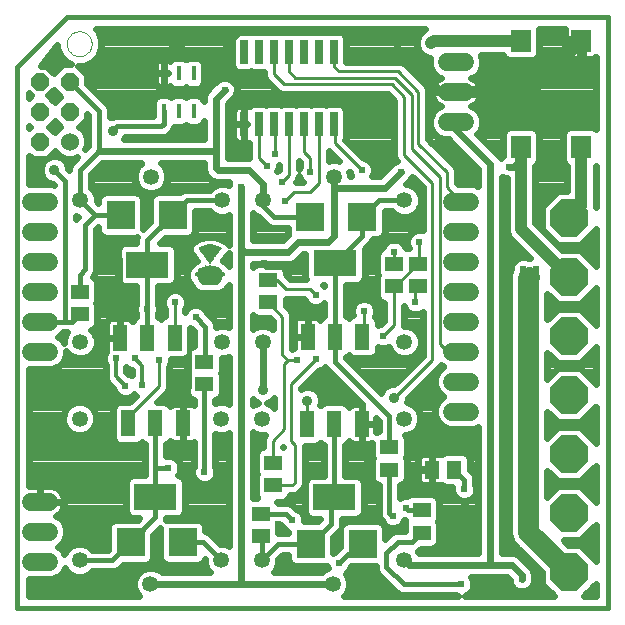
<source format=gbl>
G75*
%MOIN*%
%OFA0B0*%
%FSLAX24Y24*%
%IPPOS*%
%LPD*%
%AMOC8*
5,1,8,0,0,1.08239X$1,22.5*
%
%ADD10C,0.0160*%
%ADD11C,0.0000*%
%ADD12OC8,0.1250*%
%ADD13R,0.0512X0.0591*%
%ADD14C,0.0531*%
%ADD15R,0.0480X0.0880*%
%ADD16R,0.1417X0.0866*%
%ADD17R,0.0160X0.0480*%
%ADD18R,0.0591X0.0512*%
%ADD19R,0.0945X0.0945*%
%ADD20R,0.0421X0.0004*%
%ADD21R,0.0465X0.0004*%
%ADD22R,0.0492X0.0004*%
%ADD23R,0.0516X0.0004*%
%ADD24R,0.0531X0.0004*%
%ADD25R,0.0547X0.0004*%
%ADD26R,0.0563X0.0004*%
%ADD27R,0.0575X0.0004*%
%ADD28R,0.0587X0.0004*%
%ADD29R,0.0598X0.0004*%
%ADD30R,0.0610X0.0004*%
%ADD31R,0.0618X0.0004*%
%ADD32R,0.0626X0.0004*%
%ADD33R,0.0638X0.0004*%
%ADD34R,0.0646X0.0004*%
%ADD35R,0.0650X0.0004*%
%ADD36R,0.0657X0.0004*%
%ADD37R,0.0665X0.0004*%
%ADD38R,0.0673X0.0004*%
%ADD39R,0.0677X0.0004*%
%ADD40R,0.0685X0.0004*%
%ADD41R,0.0689X0.0004*%
%ADD42R,0.0693X0.0004*%
%ADD43R,0.0701X0.0004*%
%ADD44R,0.0705X0.0004*%
%ADD45R,0.0709X0.0004*%
%ADD46R,0.0717X0.0004*%
%ADD47R,0.0720X0.0004*%
%ADD48R,0.0724X0.0004*%
%ADD49R,0.0728X0.0004*%
%ADD50R,0.0732X0.0004*%
%ADD51R,0.0736X0.0004*%
%ADD52R,0.0740X0.0004*%
%ADD53R,0.0744X0.0004*%
%ADD54R,0.0748X0.0004*%
%ADD55R,0.0752X0.0004*%
%ADD56R,0.0756X0.0004*%
%ADD57R,0.0760X0.0004*%
%ADD58R,0.0764X0.0004*%
%ADD59R,0.0768X0.0004*%
%ADD60R,0.0772X0.0004*%
%ADD61R,0.0776X0.0004*%
%ADD62R,0.0780X0.0004*%
%ADD63R,0.0783X0.0004*%
%ADD64R,0.0787X0.0004*%
%ADD65R,0.0791X0.0004*%
%ADD66R,0.0795X0.0004*%
%ADD67R,0.0799X0.0004*%
%ADD68R,0.0803X0.0004*%
%ADD69R,0.0807X0.0004*%
%ADD70R,0.0811X0.0004*%
%ADD71R,0.0815X0.0004*%
%ADD72R,0.0819X0.0004*%
%ADD73R,0.0823X0.0004*%
%ADD74R,0.0827X0.0004*%
%ADD75R,0.0831X0.0004*%
%ADD76R,0.0835X0.0004*%
%ADD77R,0.0839X0.0004*%
%ADD78R,0.0909X0.0004*%
%ADD79R,0.0937X0.0004*%
%ADD80R,0.0953X0.0004*%
%ADD81R,0.0961X0.0004*%
%ADD82R,0.0969X0.0004*%
%ADD83R,0.0976X0.0004*%
%ADD84R,0.0980X0.0004*%
%ADD85R,0.0984X0.0004*%
%ADD86R,0.0965X0.0004*%
%ADD87R,0.0957X0.0004*%
%ADD88R,0.0945X0.0004*%
%ADD89R,0.0921X0.0004*%
%ADD90R,0.0232X0.0004*%
%ADD91R,0.0555X0.0004*%
%ADD92R,0.0224X0.0004*%
%ADD93R,0.0543X0.0004*%
%ADD94R,0.0539X0.0004*%
%ADD95R,0.0220X0.0004*%
%ADD96R,0.0535X0.0004*%
%ADD97R,0.0528X0.0004*%
%ADD98R,0.0520X0.0004*%
%ADD99R,0.0512X0.0004*%
%ADD100R,0.0500X0.0004*%
%ADD101R,0.0488X0.0004*%
%ADD102R,0.0484X0.0004*%
%ADD103R,0.0476X0.0004*%
%ADD104R,0.0449X0.0004*%
%ADD105R,0.0370X0.0004*%
%ADD106R,0.0043X0.0004*%
%ADD107R,0.0228X0.0004*%
%ADD108R,0.0358X0.0004*%
%ADD109R,0.0350X0.0004*%
%ADD110R,0.0343X0.0004*%
%ADD111R,0.0331X0.0004*%
%ADD112R,0.0319X0.0004*%
%ADD113R,0.0311X0.0004*%
%ADD114R,0.0307X0.0004*%
%ADD115R,0.0303X0.0004*%
%ADD116R,0.0063X0.0004*%
%ADD117R,0.0130X0.0004*%
%ADD118R,0.0445X0.0004*%
%ADD119R,0.0437X0.0004*%
%ADD120R,0.0433X0.0004*%
%ADD121R,0.0362X0.0004*%
%ADD122R,0.0047X0.0004*%
%ADD123R,0.0354X0.0004*%
%ADD124R,0.0031X0.0004*%
%ADD125R,0.0346X0.0004*%
%ADD126R,0.0339X0.0004*%
%ADD127R,0.0055X0.0004*%
%ADD128R,0.0177X0.0004*%
%ADD129R,0.0035X0.0004*%
%ADD130R,0.0161X0.0004*%
%ADD131R,0.0051X0.0004*%
%ADD132R,0.0142X0.0004*%
%ADD133R,0.0118X0.0004*%
%ADD134R,0.0091X0.0004*%
%ADD135R,0.0024X0.0004*%
%ADD136R,0.0020X0.0004*%
%ADD137R,0.0008X0.0004*%
%ADD138R,0.0004X0.0004*%
%ADD139R,0.0012X0.0004*%
%ADD140R,0.0028X0.0004*%
%ADD141R,0.0059X0.0004*%
%ADD142R,0.0067X0.0004*%
%ADD143R,0.0075X0.0004*%
%ADD144R,0.0083X0.0004*%
%ADD145R,0.0098X0.0004*%
%ADD146R,0.0106X0.0004*%
%ADD147R,0.0114X0.0004*%
%ADD148R,0.0122X0.0004*%
%ADD149R,0.0138X0.0004*%
%ADD150R,0.0146X0.0004*%
%ADD151R,0.0154X0.0004*%
%ADD152R,0.0165X0.0004*%
%ADD153R,0.0169X0.0004*%
%ADD154R,0.0185X0.0004*%
%ADD155R,0.0189X0.0004*%
%ADD156R,0.0193X0.0004*%
%ADD157R,0.0201X0.0004*%
%ADD158R,0.0209X0.0004*%
%ADD159R,0.0213X0.0004*%
%ADD160R,0.0217X0.0004*%
%ADD161R,0.0236X0.0004*%
%ADD162R,0.0240X0.0004*%
%ADD163R,0.0248X0.0004*%
%ADD164R,0.0256X0.0004*%
%ADD165R,0.0264X0.0004*%
%ADD166R,0.0272X0.0004*%
%ADD167R,0.0280X0.0004*%
%ADD168R,0.0287X0.0004*%
%ADD169R,0.0295X0.0004*%
%ADD170R,0.0299X0.0004*%
%ADD171R,0.0126X0.0004*%
%ADD172R,0.0157X0.0004*%
%ADD173R,0.0134X0.0004*%
%ADD174R,0.0173X0.0004*%
%ADD175R,0.0366X0.0004*%
%ADD176R,0.0374X0.0004*%
%ADD177R,0.0382X0.0004*%
%ADD178R,0.0390X0.0004*%
%ADD179R,0.0394X0.0004*%
%ADD180R,0.0398X0.0004*%
%ADD181R,0.0406X0.0004*%
%ADD182R,0.0409X0.0004*%
%ADD183R,0.0417X0.0004*%
%ADD184R,0.0429X0.0004*%
%ADD185R,0.0441X0.0004*%
%ADD186R,0.0453X0.0004*%
%ADD187R,0.0457X0.0004*%
%ADD188R,0.0469X0.0004*%
%ADD189R,0.0480X0.0004*%
%ADD190R,0.0504X0.0004*%
%ADD191R,0.0508X0.0004*%
%ADD192R,0.0551X0.0004*%
%ADD193R,0.0567X0.0004*%
%ADD194R,0.0579X0.0004*%
%ADD195R,0.0413X0.0004*%
%ADD196R,0.0425X0.0004*%
%ADD197R,0.0181X0.0004*%
%ADD198R,0.0634X0.0004*%
%ADD199R,0.0654X0.0004*%
%ADD200R,0.0661X0.0004*%
%ADD201R,0.0669X0.0004*%
%ADD202R,0.0697X0.0004*%
%ADD203R,0.0244X0.0004*%
%ADD204R,0.0252X0.0004*%
%ADD205R,0.0461X0.0004*%
%ADD206R,0.0094X0.0004*%
%ADD207R,0.0622X0.0004*%
%ADD208R,0.0102X0.0004*%
%ADD209R,0.0630X0.0004*%
%ADD210R,0.0614X0.0004*%
%ADD211R,0.0583X0.0004*%
%ADD212R,0.0327X0.0004*%
%ADD213R,0.0669X0.0748*%
%ADD214C,0.0591*%
%ADD215C,0.0600*%
%ADD216OC8,0.0600*%
%ADD217C,0.0600*%
%ADD218R,0.0260X0.0800*%
%ADD219C,0.0240*%
%ADD220C,0.0240*%
%ADD221C,0.0100*%
%ADD222C,0.0400*%
%ADD223C,0.0356*%
%ADD224C,0.0320*%
%ADD225C,0.0700*%
%ADD226C,0.0120*%
D10*
X000180Y000180D02*
X019865Y000180D01*
X019865Y019865D01*
X001834Y019865D01*
X000180Y018211D01*
X000180Y000180D01*
X002255Y001759D02*
X003353Y001759D01*
X003960Y002365D01*
X004786Y003192D01*
X004786Y003881D01*
X004786Y004845D01*
X005219Y004845D01*
X004786Y004845D02*
X004786Y006321D01*
X005696Y006321D02*
X005696Y007330D01*
X005908Y007542D01*
X005908Y008763D01*
X006026Y008881D01*
X006026Y009078D01*
X006440Y009550D02*
X006440Y008389D01*
X006420Y008369D01*
X006420Y007621D02*
X006420Y004708D01*
X008310Y003310D02*
X009137Y003310D01*
X009353Y003093D01*
X008885Y002306D02*
X008337Y001759D01*
X008337Y002534D01*
X008310Y002562D01*
X008885Y002306D02*
X009963Y002306D01*
X010633Y002975D01*
X010633Y003684D01*
X010751Y003802D01*
X010751Y003861D01*
X010889Y003723D01*
X010751Y003861D02*
X010751Y006302D01*
X011661Y006302D02*
X011661Y005668D01*
X011774Y005554D01*
X011814Y005515D01*
X011814Y004589D01*
X012582Y004786D02*
X012582Y003349D01*
X012700Y003231D01*
X013152Y003487D02*
X013211Y003428D01*
X013664Y003428D01*
X013664Y002680D02*
X013349Y002365D01*
X012857Y002365D01*
X012483Y001991D01*
X012483Y001538D01*
X013054Y000967D01*
X014983Y000967D01*
X015082Y004137D02*
X015082Y004452D01*
X014747Y004786D01*
X013999Y004786D02*
X013625Y004786D01*
X013192Y004353D01*
X012582Y005534D02*
X012582Y006558D01*
X010771Y008369D01*
X010771Y009216D01*
X010771Y011656D01*
X011676Y012561D01*
X011676Y013211D01*
X012223Y013759D01*
X013086Y013759D01*
X009944Y013211D02*
X009924Y013192D01*
X008743Y013192D01*
X008361Y013574D01*
X008361Y013759D01*
X008369Y013767D01*
X007003Y013759D02*
X005845Y013759D01*
X005357Y013271D01*
X004511Y012424D01*
X004511Y011617D01*
X004511Y010141D01*
X004511Y009176D01*
X004491Y009157D01*
X003601Y009176D02*
X003601Y011818D01*
X003054Y012365D01*
X002444Y012948D02*
X002767Y013271D01*
X002278Y013759D01*
X002278Y014778D01*
X002897Y015397D01*
X002897Y016749D01*
X001930Y017715D01*
X003507Y016223D02*
X003369Y016086D01*
X003507Y016223D02*
X004983Y016223D01*
X005054Y016294D01*
X005054Y016735D01*
X005054Y017995D02*
X005054Y018617D01*
X005278Y018841D01*
X005633Y018841D01*
X005672Y018881D01*
X006814Y018566D02*
X007582Y019334D01*
X012404Y019334D01*
X014373Y017365D01*
X014806Y017365D01*
X017208Y017365D02*
X018113Y017365D01*
X018290Y017188D01*
X009861Y010184D02*
X009861Y009216D01*
X009861Y010184D02*
X009806Y010239D01*
X008467Y011578D02*
X008389Y011656D01*
X006440Y009550D02*
X006125Y009865D01*
X005696Y007330D02*
X005692Y007326D01*
X002267Y009963D02*
X002019Y009715D01*
X001834Y009715D01*
X001774Y009774D01*
X001774Y014412D01*
X001420Y014767D01*
X002767Y013271D02*
X003625Y013271D01*
X002444Y012948D02*
X002444Y011460D01*
X002267Y011282D01*
X002267Y010711D01*
X001834Y009715D02*
X000930Y009715D01*
X000930Y003715D02*
X001664Y003715D01*
X002562Y002818D01*
X005692Y002365D02*
X006373Y002365D01*
X006979Y001759D01*
X010908Y001656D02*
X011558Y002306D01*
X011696Y002306D01*
D11*
X001834Y018979D02*
X001836Y019019D01*
X001842Y019060D01*
X001852Y019099D01*
X001865Y019137D01*
X001883Y019174D01*
X001904Y019208D01*
X001928Y019241D01*
X001955Y019271D01*
X001985Y019298D01*
X002018Y019322D01*
X002052Y019343D01*
X002089Y019361D01*
X002127Y019374D01*
X002166Y019384D01*
X002207Y019390D01*
X002247Y019392D01*
X002287Y019390D01*
X002328Y019384D01*
X002367Y019374D01*
X002405Y019361D01*
X002442Y019343D01*
X002476Y019322D01*
X002509Y019298D01*
X002539Y019271D01*
X002566Y019241D01*
X002590Y019208D01*
X002611Y019174D01*
X002629Y019137D01*
X002642Y019099D01*
X002652Y019060D01*
X002658Y019019D01*
X002660Y018979D01*
X002658Y018939D01*
X002652Y018898D01*
X002642Y018859D01*
X002629Y018821D01*
X002611Y018784D01*
X002590Y018750D01*
X002566Y018717D01*
X002539Y018687D01*
X002509Y018660D01*
X002476Y018636D01*
X002442Y018615D01*
X002405Y018597D01*
X002367Y018584D01*
X002328Y018574D01*
X002287Y018568D01*
X002247Y018566D01*
X002207Y018568D01*
X002166Y018574D01*
X002127Y018584D01*
X002089Y018597D01*
X002052Y018615D01*
X002018Y018636D01*
X001985Y018660D01*
X001955Y018687D01*
X001928Y018717D01*
X001904Y018750D01*
X001883Y018784D01*
X001865Y018821D01*
X001852Y018859D01*
X001842Y018898D01*
X001836Y018939D01*
X001834Y018979D01*
D12*
X018566Y013172D03*
X018566Y011204D03*
X018566Y009235D03*
X018566Y007267D03*
X018566Y005298D03*
X018566Y003330D03*
X018566Y001361D03*
D13*
X014747Y004786D03*
X013999Y004786D03*
D14*
X013062Y006483D03*
X013086Y009034D03*
X013086Y013759D03*
X010723Y014546D03*
X008361Y013759D03*
X007003Y013759D03*
X004641Y014546D03*
X002278Y013759D03*
X002278Y009034D03*
X002255Y006483D03*
X006979Y006483D03*
X008337Y006483D03*
X008361Y009034D03*
X007003Y009034D03*
X006979Y001759D03*
X008337Y001759D03*
X010700Y000971D03*
X013062Y001759D03*
X004617Y000971D03*
X002255Y001759D03*
D15*
X003876Y006321D03*
X004786Y006321D03*
X005696Y006321D03*
X005421Y009176D03*
X004511Y009176D03*
X003601Y009176D03*
X009841Y006302D03*
X010751Y006302D03*
X011661Y006302D03*
X011680Y009216D03*
X010771Y009216D03*
X009861Y009216D03*
D16*
X010771Y011656D03*
X004511Y011617D03*
X004786Y003881D03*
X010751Y003861D03*
D17*
X006054Y016735D03*
X005554Y016735D03*
X005054Y016735D03*
X005054Y017995D03*
X005554Y017995D03*
X006054Y017995D03*
D18*
X012739Y011637D03*
X012739Y010889D03*
X013526Y010889D03*
X013526Y011637D03*
X008546Y011105D03*
X008546Y010357D03*
X006420Y008369D03*
X006420Y007621D03*
X008704Y005003D03*
X008704Y004255D03*
X008310Y003310D03*
X008310Y002562D03*
X012582Y004786D03*
X012582Y005534D03*
X013664Y003428D03*
X013664Y002680D03*
X002267Y009963D03*
X002267Y010711D03*
D19*
X003625Y013271D03*
X005357Y013271D03*
X009944Y013211D03*
X011676Y013211D03*
X011696Y002306D03*
X009963Y002306D03*
X005692Y002365D03*
X003960Y002365D03*
D20*
X006597Y010936D03*
X006597Y011912D03*
D21*
X006595Y011940D03*
X006477Y011452D03*
X006599Y010940D03*
D22*
X006597Y010944D03*
X006597Y011960D03*
X006597Y012211D03*
D23*
X006597Y012208D03*
X006597Y011975D03*
X006597Y010948D03*
D24*
X006597Y010952D03*
X006597Y011987D03*
X006597Y012204D03*
D25*
X006597Y012200D03*
X006475Y011404D03*
X006597Y010956D03*
D26*
X006597Y010960D03*
X006597Y012007D03*
D27*
X006595Y012015D03*
X006599Y010963D03*
D28*
X006597Y010967D03*
D29*
X006599Y010971D03*
X006595Y012188D03*
D30*
X006597Y010975D03*
D31*
X006597Y010979D03*
X006534Y012129D03*
D32*
X006530Y012137D03*
X006530Y012141D03*
X006538Y012149D03*
X006597Y012050D03*
X006597Y010983D03*
D33*
X006599Y010987D03*
X006595Y012058D03*
D34*
X006595Y012062D03*
X006595Y012176D03*
X006599Y010991D03*
D35*
X006597Y010995D03*
X006597Y012066D03*
D36*
X006597Y010999D03*
D37*
X006597Y011003D03*
D38*
X006597Y011007D03*
X006597Y012082D03*
X006597Y012168D03*
D39*
X006595Y012086D03*
X006599Y011011D03*
D40*
X006599Y011015D03*
X006595Y012089D03*
D41*
X006597Y011019D03*
D42*
X006599Y011023D03*
X006595Y012093D03*
D43*
X006599Y011026D03*
D44*
X006597Y011030D03*
D45*
X006599Y011034D03*
D46*
X006599Y011038D03*
D47*
X006597Y011042D03*
D48*
X006599Y011046D03*
X006595Y012117D03*
D49*
X006597Y011050D03*
D50*
X006599Y011054D03*
D51*
X006597Y011058D03*
D52*
X006599Y011062D03*
D53*
X006597Y011066D03*
D54*
X006599Y011070D03*
D55*
X006597Y011074D03*
D56*
X006599Y011078D03*
X006599Y011082D03*
D57*
X006597Y011086D03*
D58*
X006599Y011089D03*
D59*
X006597Y011093D03*
D60*
X006599Y011097D03*
X006599Y011101D03*
D61*
X006597Y011105D03*
D62*
X006599Y011109D03*
D63*
X006597Y011113D03*
X006597Y011117D03*
D64*
X006599Y011121D03*
D65*
X006597Y011125D03*
X006597Y011129D03*
X006597Y011397D03*
D66*
X006595Y011393D03*
X006599Y011137D03*
X006599Y011133D03*
D67*
X006597Y011141D03*
X006597Y011385D03*
X006597Y011389D03*
D68*
X006595Y011381D03*
X006595Y011377D03*
X006599Y011149D03*
X006599Y011145D03*
D69*
X006597Y011152D03*
X006597Y011156D03*
X006597Y011365D03*
X006597Y011369D03*
X006597Y011373D03*
D70*
X006599Y011164D03*
X006599Y011160D03*
D71*
X006597Y011168D03*
D72*
X006599Y011172D03*
X006599Y011176D03*
X006599Y011180D03*
D73*
X006597Y011184D03*
X006597Y011188D03*
D74*
X006599Y011192D03*
X006599Y011196D03*
D75*
X006597Y011200D03*
X006597Y011204D03*
D76*
X006599Y011208D03*
X006599Y011211D03*
D77*
X006597Y011215D03*
X006597Y011219D03*
D78*
X006597Y011223D03*
D79*
X006595Y011227D03*
D80*
X006595Y011231D03*
D81*
X006595Y011235D03*
D82*
X006595Y011239D03*
X006595Y011318D03*
D83*
X006595Y011314D03*
X006595Y011310D03*
X006595Y011247D03*
X006595Y011243D03*
D84*
X006597Y011251D03*
X006597Y011306D03*
D85*
X006595Y011302D03*
X006595Y011298D03*
X006595Y011294D03*
X006595Y011290D03*
X006595Y011286D03*
X006595Y011282D03*
X006595Y011278D03*
X006595Y011274D03*
X006595Y011271D03*
X006595Y011267D03*
X006595Y011263D03*
X006595Y011259D03*
X006595Y011255D03*
D86*
X006597Y011322D03*
D87*
X006597Y011326D03*
D88*
X006595Y011330D03*
D89*
X006595Y011334D03*
D90*
X006818Y011479D03*
X006830Y011471D03*
X006834Y011467D03*
X006877Y011400D03*
X006597Y011782D03*
X006369Y012164D03*
D91*
X006597Y012003D03*
X006479Y011400D03*
D92*
X006794Y011491D03*
X006845Y011460D03*
X006849Y011456D03*
X006853Y011452D03*
X006857Y011448D03*
X006861Y011440D03*
X006865Y011436D03*
X006869Y011428D03*
X006873Y011420D03*
X006877Y011412D03*
X006877Y011408D03*
X006877Y011404D03*
X006597Y011778D03*
X006597Y012251D03*
D93*
X006595Y011995D03*
X006477Y011408D03*
D94*
X006475Y011412D03*
X006597Y011991D03*
D95*
X006859Y011444D03*
X006867Y011432D03*
X006871Y011424D03*
X006875Y011416D03*
D96*
X006477Y011416D03*
D97*
X006477Y011420D03*
X006477Y011424D03*
X006595Y011983D03*
D98*
X006595Y011979D03*
X006477Y011428D03*
D99*
X006477Y011432D03*
D100*
X006475Y011436D03*
X006597Y011963D03*
D101*
X006595Y011956D03*
X006473Y011440D03*
D102*
X006475Y011444D03*
D103*
X006475Y011448D03*
X006597Y011948D03*
X006597Y012215D03*
D104*
X006717Y012164D03*
X006721Y012160D03*
X006477Y011456D03*
D105*
X006513Y011460D03*
X006595Y011877D03*
D106*
X006597Y011656D03*
X006475Y011550D03*
X006286Y011460D03*
D107*
X006804Y011487D03*
X006812Y011483D03*
X006824Y011475D03*
X006839Y011463D03*
D108*
X006511Y011463D03*
X006597Y012235D03*
D109*
X006511Y011467D03*
D110*
X006507Y011471D03*
D111*
X006505Y011475D03*
D112*
X006503Y011479D03*
D113*
X006499Y011483D03*
D114*
X006501Y011487D03*
X006509Y011495D03*
D115*
X006503Y011491D03*
D116*
X006481Y011538D03*
X006859Y011495D03*
D117*
X006739Y011495D03*
X006597Y011715D03*
X006495Y011853D03*
D118*
X006597Y011928D03*
X006582Y011503D03*
X006582Y011499D03*
D119*
X006582Y011507D03*
D120*
X006584Y011511D03*
X006595Y011920D03*
D121*
X006619Y011515D03*
D122*
X006603Y011558D03*
X006477Y011546D03*
X006399Y011515D03*
D123*
X006619Y011519D03*
X006619Y011523D03*
D124*
X006599Y011649D03*
X006473Y011554D03*
X006395Y011519D03*
D125*
X006619Y011526D03*
X006619Y011530D03*
D126*
X006619Y011534D03*
D127*
X006757Y011538D03*
D128*
X006613Y011538D03*
X006597Y011747D03*
X006684Y011865D03*
X006597Y012255D03*
D129*
X006597Y011652D03*
X006763Y011542D03*
D130*
X006613Y011542D03*
X006597Y011735D03*
X006668Y011834D03*
X006676Y011841D03*
X006680Y011849D03*
X006385Y012023D03*
X006381Y012026D03*
X006377Y012030D03*
X006377Y012034D03*
D131*
X006597Y011664D03*
X006597Y011660D03*
X006479Y011542D03*
D132*
X006611Y011546D03*
X006493Y011861D03*
X006493Y011865D03*
D133*
X006607Y011550D03*
D134*
X006605Y011554D03*
X006597Y011688D03*
D135*
X006473Y011558D03*
D136*
X006471Y011562D03*
X006597Y011641D03*
D137*
X006469Y011566D03*
D138*
X006597Y011629D03*
D139*
X006597Y011633D03*
X006597Y011637D03*
D140*
X006597Y011645D03*
D141*
X006597Y011668D03*
D142*
X006597Y011672D03*
D143*
X006597Y011676D03*
X006597Y011680D03*
D144*
X006597Y011684D03*
D145*
X006597Y011692D03*
X006597Y011696D03*
X006924Y012137D03*
D146*
X006597Y012259D03*
X006597Y011700D03*
D147*
X006597Y011704D03*
D148*
X006597Y011708D03*
X006597Y011711D03*
X006503Y011837D03*
D149*
X006597Y011719D03*
D150*
X006597Y011723D03*
X006597Y011727D03*
D151*
X006597Y011731D03*
X006495Y011869D03*
D152*
X006595Y011739D03*
X006682Y011853D03*
X006375Y012038D03*
D153*
X006684Y011857D03*
X006597Y011743D03*
D154*
X006597Y011751D03*
D155*
X006595Y011755D03*
X006682Y011869D03*
D156*
X006597Y011759D03*
D157*
X006597Y011763D03*
D158*
X006597Y011767D03*
D159*
X006595Y011771D03*
D160*
X006597Y011774D03*
D161*
X006595Y011786D03*
X006363Y012160D03*
D162*
X006597Y011790D03*
X006826Y012101D03*
X006830Y012105D03*
D163*
X006597Y011794D03*
D164*
X006597Y011798D03*
X006597Y011802D03*
X006357Y012152D03*
D165*
X006597Y012247D03*
X006597Y011806D03*
D166*
X006597Y011810D03*
D167*
X006597Y011814D03*
X006597Y011818D03*
D168*
X006597Y011822D03*
D169*
X006597Y011826D03*
X006597Y012243D03*
D170*
X006595Y011830D03*
D171*
X006509Y011834D03*
X006501Y011841D03*
X006497Y011845D03*
X006497Y011849D03*
D172*
X006674Y011837D03*
X006678Y011845D03*
D173*
X006493Y011857D03*
D174*
X006682Y011861D03*
X006375Y012042D03*
D175*
X006597Y011873D03*
D176*
X006597Y011881D03*
D177*
X006597Y011885D03*
X006597Y012231D03*
D178*
X006597Y011889D03*
D179*
X006595Y011893D03*
D180*
X006597Y011897D03*
D181*
X006597Y011900D03*
X006688Y012026D03*
X006692Y012030D03*
X006597Y012227D03*
D182*
X006694Y012034D03*
X006686Y012023D03*
X006595Y011904D03*
D183*
X006595Y011908D03*
X006694Y012042D03*
D184*
X006597Y011916D03*
X006597Y012223D03*
D185*
X006595Y011924D03*
D186*
X006597Y011932D03*
X006471Y012101D03*
X006467Y012105D03*
X006597Y012219D03*
D187*
X006725Y012156D03*
X006595Y011936D03*
X006465Y012109D03*
D188*
X006597Y011944D03*
X006727Y012152D03*
D189*
X006595Y011952D03*
D190*
X006595Y011967D03*
D191*
X006597Y011971D03*
D192*
X006595Y011999D03*
D193*
X006595Y012011D03*
X006595Y012196D03*
D194*
X006597Y012019D03*
D195*
X006696Y012038D03*
D196*
X006694Y012046D03*
D197*
X006375Y012046D03*
D198*
X006597Y012054D03*
D199*
X006595Y012070D03*
D200*
X006595Y012074D03*
X006595Y012172D03*
D201*
X006595Y012078D03*
D202*
X006597Y012097D03*
D203*
X006359Y012156D03*
X006832Y012109D03*
D204*
X006832Y012113D03*
D205*
X006467Y012113D03*
D206*
X006914Y012121D03*
X006918Y012125D03*
X006922Y012129D03*
X006922Y012133D03*
D207*
X006540Y012121D03*
X006536Y012125D03*
X006532Y012133D03*
D208*
X006918Y012149D03*
X006922Y012145D03*
X006926Y012141D03*
D209*
X006595Y012180D03*
X006532Y012145D03*
D210*
X006595Y012184D03*
D211*
X006595Y012192D03*
D212*
X006597Y012239D03*
D213*
X016971Y015534D03*
X018979Y015534D03*
X018979Y019078D03*
X016971Y019078D03*
D214*
X015101Y018365D02*
X014511Y018365D01*
X014511Y017365D02*
X015101Y017365D01*
X015101Y016365D02*
X014511Y016365D01*
D215*
X001930Y015715D03*
D216*
X000930Y015715D03*
X000930Y016715D03*
X001930Y016715D03*
X001930Y017715D03*
X000930Y017715D03*
D217*
X001230Y013715D02*
X000630Y013715D01*
X000630Y012715D02*
X001230Y012715D01*
X001230Y011715D02*
X000630Y011715D01*
X000630Y010715D02*
X001230Y010715D01*
X001230Y009715D02*
X000630Y009715D01*
X000630Y008715D02*
X001230Y008715D01*
X001230Y003715D02*
X000630Y003715D01*
X000630Y002715D02*
X001230Y002715D01*
X001230Y001715D02*
X000630Y001715D01*
X014683Y006715D02*
X015283Y006715D01*
X015283Y007715D02*
X014683Y007715D01*
X014683Y008715D02*
X015283Y008715D01*
X015283Y009715D02*
X014683Y009715D01*
X014683Y010715D02*
X015283Y010715D01*
X015283Y011715D02*
X014683Y011715D01*
X014683Y012715D02*
X015283Y012715D01*
X015283Y013715D02*
X014683Y013715D01*
D218*
X010735Y016293D03*
X010235Y016293D03*
X009735Y016293D03*
X009235Y016293D03*
X008735Y016293D03*
X008235Y016293D03*
X007735Y016293D03*
X007735Y018713D03*
X008235Y018713D03*
X008735Y018713D03*
X009235Y018713D03*
X009735Y018713D03*
X010235Y018713D03*
X010735Y018713D03*
D219*
X011145Y018783D02*
X013549Y018783D01*
X013572Y018727D02*
X013499Y018903D01*
X013499Y019094D01*
X013572Y019271D01*
X013767Y019465D01*
X002798Y019465D01*
X002869Y019395D01*
X002980Y019125D01*
X002980Y018833D01*
X002869Y018564D01*
X002662Y018357D01*
X002393Y018246D01*
X002220Y018246D01*
X002510Y017956D01*
X002510Y017645D01*
X003202Y016953D01*
X003257Y016821D01*
X003257Y016535D01*
X003278Y016544D01*
X003339Y016544D01*
X003435Y016583D01*
X004694Y016583D01*
X004694Y017031D01*
X004737Y017134D01*
X004815Y017212D01*
X004918Y017255D01*
X005190Y017255D01*
X005293Y017212D01*
X005304Y017201D01*
X005315Y017212D01*
X005418Y017255D01*
X005690Y017255D01*
X005793Y017212D01*
X005804Y017201D01*
X005815Y017212D01*
X005918Y017255D01*
X006190Y017255D01*
X006293Y017212D01*
X006371Y017134D01*
X006394Y017079D01*
X006394Y017228D01*
X006455Y017375D01*
X006568Y017488D01*
X006750Y017670D01*
X006750Y017670D01*
X006863Y017783D01*
X007010Y017844D01*
X007169Y017844D01*
X007316Y017783D01*
X007429Y017670D01*
X007489Y017523D01*
X007489Y017364D01*
X007429Y017217D01*
X007316Y017105D01*
X007316Y017105D01*
X007194Y016983D01*
X007194Y015167D01*
X007905Y015167D01*
X007905Y015676D01*
X007894Y015673D01*
X007735Y015673D01*
X007735Y016293D01*
X007735Y016913D01*
X007576Y016913D01*
X007520Y016898D01*
X007470Y016869D01*
X007429Y016828D01*
X007400Y016778D01*
X007385Y016722D01*
X007385Y016293D01*
X007735Y016293D01*
X007735Y016293D01*
X007735Y016293D01*
X007735Y016913D01*
X007894Y016913D01*
X007922Y016905D01*
X007947Y016930D01*
X008049Y016973D01*
X008421Y016973D01*
X008485Y016946D01*
X008549Y016973D01*
X008921Y016973D01*
X008985Y016946D01*
X009049Y016973D01*
X009421Y016973D01*
X009485Y016946D01*
X009549Y016973D01*
X009921Y016973D01*
X009985Y016946D01*
X010049Y016973D01*
X010421Y016973D01*
X010485Y016946D01*
X010549Y016973D01*
X010921Y016973D01*
X011024Y016930D01*
X011102Y016851D01*
X011145Y016749D01*
X011145Y015837D01*
X011118Y015772D01*
X011723Y015167D01*
X011736Y015167D01*
X011883Y015106D01*
X011995Y014993D01*
X012056Y014846D01*
X012056Y014687D01*
X012002Y014556D01*
X012258Y014556D01*
X012729Y015027D01*
X012821Y015065D01*
X012794Y015091D01*
X012744Y015213D01*
X012744Y017071D01*
X012524Y017291D01*
X009012Y017291D01*
X008891Y017341D01*
X008798Y017434D01*
X008455Y017777D01*
X008405Y017898D01*
X008405Y018033D01*
X008049Y018033D01*
X007985Y018059D01*
X007921Y018033D01*
X007549Y018033D01*
X007447Y018075D01*
X007368Y018154D01*
X007325Y018257D01*
X007325Y019169D01*
X007368Y019271D01*
X007447Y019350D01*
X007549Y019393D01*
X007921Y019393D01*
X007985Y019366D01*
X008049Y019393D01*
X008421Y019393D01*
X008485Y019366D01*
X008549Y019393D01*
X008921Y019393D01*
X008985Y019366D01*
X009049Y019393D01*
X009421Y019393D01*
X009485Y019366D01*
X009549Y019393D01*
X009921Y019393D01*
X009985Y019366D01*
X010049Y019393D01*
X010421Y019393D01*
X010485Y019366D01*
X010549Y019393D01*
X010921Y019393D01*
X011024Y019350D01*
X011102Y019271D01*
X011145Y019169D01*
X011145Y018384D01*
X012942Y018384D01*
X013064Y018334D01*
X013733Y017664D01*
X013826Y017572D01*
X013876Y017450D01*
X013876Y015789D01*
X014678Y014987D01*
X014771Y014894D01*
X014821Y014773D01*
X014821Y014344D01*
X014870Y014295D01*
X015399Y014295D01*
X015548Y014234D01*
X015548Y014798D01*
X014579Y015766D01*
X014556Y015790D01*
X014396Y015790D01*
X014185Y015877D01*
X014023Y016039D01*
X013935Y016251D01*
X013935Y016479D01*
X014023Y016691D01*
X014185Y016853D01*
X014293Y016898D01*
X014241Y016924D01*
X014175Y016972D01*
X014118Y017029D01*
X014070Y017095D01*
X014033Y017167D01*
X014008Y017244D01*
X013995Y017324D01*
X013995Y017365D01*
X014806Y017365D01*
X014806Y017365D01*
X015617Y017365D01*
X015617Y017324D01*
X015604Y017244D01*
X015579Y017167D01*
X015542Y017095D01*
X015494Y017029D01*
X015437Y016972D01*
X015371Y016924D01*
X015319Y016898D01*
X015427Y016853D01*
X015589Y016691D01*
X015677Y016479D01*
X015677Y016251D01*
X015589Y016039D01*
X015513Y015964D01*
X016174Y015303D01*
X016287Y015190D01*
X016296Y015169D01*
X016351Y015224D01*
X016357Y015226D01*
X016357Y015964D01*
X016399Y016067D01*
X016478Y016146D01*
X016581Y016188D01*
X017362Y016188D01*
X017465Y016146D01*
X017543Y016067D01*
X017586Y015964D01*
X017586Y015105D01*
X017543Y015002D01*
X017465Y014923D01*
X017451Y014917D01*
X017451Y012997D01*
X018340Y012109D01*
X018941Y012109D01*
X019465Y011584D01*
X019465Y012791D01*
X018941Y012267D01*
X018191Y012267D01*
X017661Y012797D01*
X017661Y013547D01*
X018191Y014077D01*
X018499Y014077D01*
X018499Y014917D01*
X018486Y014923D01*
X018407Y015002D01*
X018365Y015105D01*
X018365Y015964D01*
X018407Y016067D01*
X018486Y016146D01*
X018589Y016188D01*
X019370Y016188D01*
X019465Y016149D01*
X019465Y018544D01*
X019449Y018528D01*
X019399Y018499D01*
X019343Y018484D01*
X019027Y018484D01*
X019027Y019030D01*
X018932Y019030D01*
X018932Y018484D01*
X018616Y018484D01*
X018560Y018499D01*
X018509Y018528D01*
X018469Y018569D01*
X018440Y018619D01*
X018425Y018675D01*
X018425Y019030D01*
X018932Y019030D01*
X018932Y019125D01*
X018425Y019125D01*
X018425Y019465D01*
X017586Y019465D01*
X017586Y018648D01*
X017543Y018545D01*
X017465Y018466D01*
X017362Y018424D01*
X016581Y018424D01*
X016478Y018466D01*
X016399Y018545D01*
X016378Y018598D01*
X015628Y018598D01*
X015677Y018479D01*
X015677Y018251D01*
X015589Y018039D01*
X015427Y017877D01*
X015319Y017832D01*
X015371Y017806D01*
X015437Y017758D01*
X015494Y017701D01*
X015542Y017635D01*
X015579Y017563D01*
X015604Y017486D01*
X015617Y017406D01*
X015617Y017365D01*
X014806Y017365D01*
X014806Y017365D01*
X013995Y017365D01*
X013995Y017406D01*
X014008Y017486D01*
X014033Y017563D01*
X014070Y017635D01*
X014118Y017701D01*
X014175Y017758D01*
X014241Y017806D01*
X014293Y017832D01*
X014185Y017877D01*
X014023Y018039D01*
X013935Y018251D01*
X013935Y018479D01*
X013952Y018519D01*
X013884Y018519D01*
X013707Y018592D01*
X013572Y018727D01*
X013822Y018545D02*
X011145Y018545D01*
X011145Y019022D02*
X013499Y019022D01*
X013568Y019260D02*
X011107Y019260D01*
X013092Y018306D02*
X013935Y018306D01*
X014011Y018068D02*
X013330Y018068D01*
X013569Y017829D02*
X014286Y017829D01*
X014047Y017591D02*
X013807Y017591D01*
X013876Y017352D02*
X013995Y017352D01*
X014061Y017114D02*
X013876Y017114D01*
X013876Y016875D02*
X014239Y016875D01*
X014000Y016637D02*
X013876Y016637D01*
X013876Y016398D02*
X013935Y016398D01*
X013973Y016160D02*
X013876Y016160D01*
X013876Y015921D02*
X014141Y015921D01*
X013983Y015683D02*
X014663Y015683D01*
X014901Y015444D02*
X014221Y015444D01*
X014460Y015206D02*
X015140Y015206D01*
X015378Y014967D02*
X014698Y014967D01*
X014821Y014729D02*
X015548Y014729D01*
X015548Y014490D02*
X014821Y014490D01*
X015505Y014252D02*
X015548Y014252D01*
X015948Y014963D02*
X015948Y001637D01*
X015987Y001597D01*
X013223Y001597D01*
X013062Y001759D01*
X013554Y001997D02*
X013532Y002051D01*
X013553Y002060D01*
X013637Y002144D01*
X014015Y002144D01*
X014118Y002187D01*
X014197Y002265D01*
X014240Y002368D01*
X014240Y002992D01*
X014214Y003054D01*
X014240Y003116D01*
X014240Y003740D01*
X014197Y003843D01*
X014118Y003921D01*
X014015Y003964D01*
X013313Y003964D01*
X013210Y003921D01*
X013176Y003887D01*
X013073Y003887D01*
X012942Y003833D01*
X012942Y004254D01*
X013035Y004293D01*
X013114Y004372D01*
X013157Y004475D01*
X013157Y005098D01*
X013131Y005160D01*
X013157Y005223D01*
X013157Y005846D01*
X013119Y005937D01*
X013170Y005937D01*
X013371Y006020D01*
X013525Y006174D01*
X013608Y006375D01*
X013608Y006592D01*
X013525Y006792D01*
X013371Y006946D01*
X013176Y007027D01*
X013197Y007077D01*
X013197Y007160D01*
X014298Y008261D01*
X014304Y008274D01*
X014355Y008224D01*
X014375Y008215D01*
X014355Y008207D01*
X014191Y008044D01*
X014103Y007831D01*
X014103Y007600D01*
X014191Y007387D01*
X014355Y007224D01*
X014375Y007215D01*
X014355Y007207D01*
X014191Y007044D01*
X014103Y006831D01*
X014103Y006600D01*
X014191Y006387D01*
X014355Y006224D01*
X014568Y006135D01*
X015399Y006135D01*
X015548Y006197D01*
X015548Y001997D01*
X013554Y001997D01*
X013581Y002088D02*
X015548Y002088D01*
X015548Y002327D02*
X014222Y002327D01*
X014240Y002565D02*
X015548Y002565D01*
X015548Y002804D02*
X014240Y002804D01*
X014219Y003042D02*
X015548Y003042D01*
X015548Y003281D02*
X014240Y003281D01*
X014240Y003519D02*
X015548Y003519D01*
X015548Y003758D02*
X015211Y003758D01*
X015161Y003737D02*
X015308Y003798D01*
X015421Y003910D01*
X015482Y004057D01*
X015482Y004216D01*
X015442Y004313D01*
X015442Y004523D01*
X015387Y004656D01*
X015285Y004757D01*
X015283Y004760D01*
X015283Y005137D01*
X015240Y005240D01*
X015161Y005319D01*
X015059Y005362D01*
X014435Y005362D01*
X014332Y005319D01*
X014308Y005295D01*
X014284Y005302D01*
X014007Y005302D01*
X014007Y004794D01*
X013991Y004794D01*
X013991Y004778D01*
X014007Y004778D01*
X014007Y004271D01*
X014284Y004271D01*
X014308Y004278D01*
X014332Y004254D01*
X014435Y004211D01*
X014682Y004211D01*
X014682Y004057D01*
X014742Y003910D01*
X014855Y003798D01*
X015002Y003737D01*
X015161Y003737D01*
X014952Y003758D02*
X014232Y003758D01*
X014379Y004235D02*
X012942Y004235D01*
X012942Y003996D02*
X014707Y003996D01*
X015456Y003996D02*
X015548Y003996D01*
X015548Y004235D02*
X015474Y004235D01*
X015442Y004473D02*
X015548Y004473D01*
X015548Y004712D02*
X015331Y004712D01*
X015285Y004757D02*
X015285Y004757D01*
X015283Y004950D02*
X015548Y004950D01*
X015548Y005189D02*
X015262Y005189D01*
X015548Y005427D02*
X013157Y005427D01*
X013157Y005666D02*
X015548Y005666D01*
X015548Y005904D02*
X013133Y005904D01*
X013493Y006143D02*
X014551Y006143D01*
X014197Y006381D02*
X013608Y006381D01*
X013596Y006620D02*
X014103Y006620D01*
X014114Y006858D02*
X013459Y006858D01*
X013197Y007097D02*
X014244Y007097D01*
X014243Y007335D02*
X013373Y007335D01*
X013611Y007574D02*
X014114Y007574D01*
X014103Y007812D02*
X013850Y007812D01*
X014088Y008051D02*
X014198Y008051D01*
X013689Y008584D02*
X012730Y007626D01*
X012648Y007626D01*
X012480Y007557D01*
X012351Y007428D01*
X012313Y007336D01*
X011131Y008518D01*
X011131Y008523D01*
X011169Y008538D01*
X011225Y008595D01*
X011282Y008538D01*
X011385Y008496D01*
X011976Y008496D01*
X012079Y008538D01*
X012158Y008617D01*
X012200Y008720D01*
X012200Y008870D01*
X012285Y008835D01*
X012445Y008835D01*
X012558Y008882D01*
X012623Y008725D01*
X012776Y008572D01*
X012977Y008489D01*
X013194Y008489D01*
X013395Y008572D01*
X013548Y008725D01*
X013631Y008926D01*
X013631Y009143D01*
X013548Y009343D01*
X013395Y009497D01*
X013194Y009580D01*
X013069Y009580D01*
X013069Y010226D01*
X013109Y010131D01*
X013221Y010018D01*
X013368Y009957D01*
X013527Y009957D01*
X013674Y010018D01*
X013689Y010032D01*
X013689Y008584D01*
X013632Y008528D02*
X013288Y008528D01*
X013393Y008289D02*
X011360Y008289D01*
X011308Y008528D02*
X011143Y008528D01*
X011598Y008051D02*
X013155Y008051D01*
X012916Y007812D02*
X011837Y007812D01*
X012075Y007574D02*
X012520Y007574D01*
X012883Y008528D02*
X012052Y008528D01*
X012200Y008766D02*
X012606Y008766D01*
X012298Y009635D02*
X012285Y009635D01*
X012200Y009600D01*
X012200Y009711D01*
X012158Y009814D01*
X012093Y009880D01*
X012135Y009982D01*
X012135Y010141D01*
X012074Y010288D01*
X011962Y010401D01*
X011815Y010462D01*
X011656Y010462D01*
X011509Y010401D01*
X011396Y010288D01*
X011335Y010141D01*
X011335Y009982D01*
X011359Y009925D01*
X011282Y009893D01*
X011225Y009837D01*
X011169Y009893D01*
X011131Y009909D01*
X011131Y010943D01*
X011535Y010943D01*
X011638Y010986D01*
X011717Y011064D01*
X011759Y011167D01*
X011759Y012136D01*
X011981Y012358D01*
X012023Y012459D01*
X012204Y012459D01*
X012307Y012502D01*
X012386Y012580D01*
X012429Y012683D01*
X012429Y013399D01*
X012674Y013399D01*
X012776Y013296D01*
X012977Y013213D01*
X013194Y013213D01*
X013395Y013296D01*
X013548Y013450D01*
X013631Y013650D01*
X013631Y013867D01*
X013548Y014068D01*
X013395Y014221D01*
X013194Y014304D01*
X013138Y014304D01*
X013295Y014461D01*
X013333Y014553D01*
X013689Y014197D01*
X013689Y012755D01*
X013665Y012765D01*
X013506Y012765D01*
X013359Y012704D01*
X013246Y012592D01*
X013186Y012445D01*
X013186Y012285D01*
X013232Y012173D01*
X013175Y012173D01*
X013133Y012155D01*
X013128Y012157D01*
X013078Y012277D01*
X012966Y012389D01*
X012819Y012450D01*
X012659Y012450D01*
X012512Y012389D01*
X012400Y012277D01*
X012350Y012157D01*
X012285Y012130D01*
X012206Y012051D01*
X012164Y011948D01*
X012164Y011325D01*
X012190Y011263D01*
X012164Y011200D01*
X012164Y010577D01*
X012206Y010474D01*
X012285Y010395D01*
X012388Y010353D01*
X012409Y010353D01*
X012409Y009746D01*
X012298Y009635D01*
X012383Y009720D02*
X012197Y009720D01*
X012125Y009959D02*
X012409Y009959D01*
X012409Y010197D02*
X012112Y010197D01*
X012245Y010436D02*
X011878Y010436D01*
X012164Y010674D02*
X011131Y010674D01*
X011131Y010436D02*
X011592Y010436D01*
X011358Y010197D02*
X011131Y010197D01*
X011131Y009959D02*
X011345Y009959D01*
X010411Y009959D02*
X009345Y009959D01*
X009349Y009950D02*
X009298Y010072D01*
X009121Y010249D01*
X009121Y010480D01*
X009743Y010480D01*
X009782Y010386D01*
X009894Y010274D01*
X010041Y010213D01*
X010201Y010213D01*
X010348Y010274D01*
X010411Y010337D01*
X010411Y009909D01*
X010372Y009893D01*
X010293Y009814D01*
X010281Y009784D01*
X010277Y009791D01*
X010236Y009832D01*
X010186Y009861D01*
X010130Y009876D01*
X009861Y009876D01*
X009861Y009216D01*
X009861Y009216D01*
X009861Y009876D01*
X009592Y009876D01*
X009536Y009861D01*
X009486Y009832D01*
X009445Y009791D01*
X009416Y009741D01*
X009401Y009685D01*
X009401Y009216D01*
X009861Y009216D01*
X009861Y009216D01*
X009401Y009216D01*
X009401Y008824D01*
X009349Y008802D01*
X009349Y009950D01*
X009349Y009720D02*
X009410Y009720D01*
X009401Y009482D02*
X009349Y009482D01*
X009349Y009243D02*
X009401Y009243D01*
X009401Y009005D02*
X009349Y009005D01*
X009861Y009243D02*
X009861Y009243D01*
X009861Y009482D02*
X009861Y009482D01*
X009861Y009720D02*
X009861Y009720D01*
X010411Y010197D02*
X009173Y010197D01*
X009121Y010436D02*
X009762Y010436D01*
X009793Y011140D02*
X009273Y011140D01*
X009121Y011292D01*
X009121Y011417D01*
X009079Y011520D01*
X009000Y011598D01*
X008897Y011641D01*
X008195Y011641D01*
X008092Y011598D01*
X008021Y011527D01*
X008021Y011650D01*
X009295Y011650D01*
X009442Y011711D01*
X009555Y011823D01*
X009696Y011965D01*
X009782Y011965D01*
X009782Y011167D01*
X009793Y011140D01*
X009789Y011151D02*
X009262Y011151D01*
X009121Y011390D02*
X009782Y011390D01*
X009589Y011578D02*
X008467Y011578D01*
X008408Y011637D01*
X008164Y011628D02*
X008021Y011628D01*
X007739Y012050D02*
X007621Y012168D01*
X007621Y014215D01*
X007251Y014367D02*
X007221Y014295D01*
X007221Y014259D01*
X007111Y014304D01*
X006894Y014304D01*
X006694Y014221D01*
X006591Y014119D01*
X005774Y014119D01*
X005641Y014064D01*
X005600Y014023D01*
X004829Y014023D01*
X004726Y013980D01*
X004647Y013902D01*
X004605Y013799D01*
X004605Y013027D01*
X004377Y012800D01*
X004377Y013799D01*
X004335Y013902D01*
X004256Y013980D01*
X004153Y014023D01*
X003097Y014023D01*
X002994Y013980D01*
X002915Y013902D01*
X002872Y013799D01*
X002872Y013674D01*
X002824Y013722D01*
X002824Y013867D01*
X002741Y014068D01*
X002638Y014171D01*
X002638Y014629D01*
X003006Y014997D01*
X004319Y014997D01*
X004178Y014855D01*
X004095Y014655D01*
X004095Y014438D01*
X004178Y014237D01*
X004331Y014083D01*
X004532Y014000D01*
X004749Y014000D01*
X004950Y014083D01*
X005103Y014237D01*
X005186Y014438D01*
X005186Y014655D01*
X005103Y014855D01*
X004962Y014997D01*
X006394Y014997D01*
X006394Y014766D01*
X006455Y014619D01*
X006568Y014506D01*
X006646Y014428D01*
X006793Y014367D01*
X007251Y014367D01*
X006873Y014767D02*
X006794Y014845D01*
X006794Y015416D01*
X006774Y015397D01*
X002897Y015397D01*
X002537Y015573D02*
X002517Y015527D01*
X002453Y015462D01*
X002510Y015600D01*
X002510Y015831D01*
X002422Y016044D01*
X002259Y016207D01*
X002247Y016212D01*
X002510Y016475D01*
X002510Y016626D01*
X002537Y016600D01*
X002537Y015573D01*
X002537Y015683D02*
X002510Y015683D01*
X002537Y015921D02*
X002473Y015921D01*
X002537Y016160D02*
X002306Y016160D01*
X002433Y016398D02*
X002537Y016398D01*
X003257Y016637D02*
X004694Y016637D01*
X004694Y016875D02*
X003234Y016875D01*
X003041Y017114D02*
X004728Y017114D01*
X004889Y017550D02*
X004945Y017535D01*
X005054Y017535D01*
X005054Y017995D01*
X005054Y017995D01*
X004754Y017995D01*
X004754Y017726D01*
X004769Y017670D01*
X004798Y017620D01*
X004839Y017579D01*
X004889Y017550D01*
X004827Y017591D02*
X002564Y017591D01*
X002510Y017829D02*
X004754Y017829D01*
X004754Y017995D02*
X005054Y017995D01*
X005054Y017995D01*
X005054Y017535D01*
X005163Y017535D01*
X005219Y017550D01*
X005260Y017573D01*
X005315Y017518D01*
X005418Y017475D01*
X005690Y017475D01*
X005793Y017518D01*
X005804Y017529D01*
X005815Y017518D01*
X005918Y017475D01*
X006190Y017475D01*
X006293Y017518D01*
X006371Y017596D01*
X006414Y017699D01*
X006414Y018291D01*
X006371Y018394D01*
X006293Y018472D01*
X006190Y018515D01*
X005918Y018515D01*
X005815Y018472D01*
X005804Y018461D01*
X005793Y018472D01*
X005690Y018515D01*
X005418Y018515D01*
X005315Y018472D01*
X005260Y018417D01*
X005219Y018440D01*
X005163Y018455D01*
X005054Y018455D01*
X004945Y018455D01*
X004889Y018440D01*
X004839Y018411D01*
X004798Y018370D01*
X004769Y018320D01*
X004754Y018264D01*
X004754Y017995D01*
X004754Y018068D02*
X002398Y018068D01*
X002538Y018306D02*
X004765Y018306D01*
X005054Y018306D02*
X005054Y018306D01*
X005054Y018455D02*
X005054Y017995D01*
X005194Y017995D01*
X005194Y017995D01*
X005054Y017995D01*
X005054Y017995D01*
X005054Y017995D01*
X005054Y018455D01*
X005054Y018068D02*
X005054Y018068D01*
X005054Y017829D02*
X005054Y017829D01*
X005054Y017591D02*
X005054Y017591D01*
X006365Y017591D02*
X006671Y017591D01*
X006446Y017352D02*
X002803Y017352D01*
X001981Y018295D02*
X001690Y018295D01*
X001388Y017993D01*
X001145Y018235D01*
X000978Y018235D01*
X001514Y018944D01*
X001514Y018833D01*
X001625Y018564D01*
X001831Y018357D01*
X001981Y018295D01*
X001956Y018306D02*
X001032Y018306D01*
X001313Y018068D02*
X001462Y018068D01*
X001644Y018545D02*
X001212Y018545D01*
X001392Y018783D02*
X001534Y018783D01*
X002849Y018545D02*
X007325Y018545D01*
X007325Y018783D02*
X002959Y018783D01*
X002980Y019022D02*
X007325Y019022D01*
X007363Y019260D02*
X002924Y019260D01*
X001388Y017438D02*
X001610Y017215D01*
X001430Y017036D01*
X001208Y017258D01*
X001388Y017438D01*
X001473Y017352D02*
X001302Y017352D01*
X001352Y017114D02*
X001508Y017114D01*
X001430Y016395D02*
X001613Y016212D01*
X001601Y016207D01*
X001438Y016044D01*
X001433Y016032D01*
X001250Y016215D01*
X001430Y016395D01*
X001306Y016160D02*
X001554Y016160D01*
X001433Y015399D02*
X001438Y015387D01*
X001601Y015224D01*
X001815Y015135D01*
X002045Y015135D01*
X002184Y015193D01*
X001973Y014982D01*
X001918Y014850D01*
X001918Y014777D01*
X001878Y014818D01*
X001878Y014858D01*
X001809Y015026D01*
X001680Y015155D01*
X001511Y015225D01*
X001329Y015225D01*
X001210Y015176D01*
X001433Y015399D01*
X001558Y015206D02*
X001645Y015206D01*
X001833Y014967D02*
X001967Y014967D01*
X001283Y015206D02*
X001240Y015206D01*
X001141Y015135D02*
X001032Y015026D01*
X000962Y014858D01*
X000962Y014675D01*
X001032Y014507D01*
X001161Y014378D01*
X001329Y014309D01*
X001369Y014309D01*
X001408Y014269D01*
X001345Y014295D01*
X000580Y014295D01*
X000580Y015245D01*
X000690Y015135D01*
X001141Y015135D01*
X001007Y014967D02*
X000580Y014967D01*
X000580Y014729D02*
X000962Y014729D01*
X001049Y014490D02*
X000580Y014490D01*
X000580Y015206D02*
X000620Y015206D01*
X000580Y016186D02*
X000610Y016215D01*
X000580Y016245D01*
X000580Y016186D01*
X000580Y017186D02*
X000652Y017258D01*
X000580Y017330D01*
X000580Y017186D01*
X002976Y014967D02*
X004290Y014967D01*
X004125Y014729D02*
X002738Y014729D01*
X002638Y014490D02*
X004095Y014490D01*
X004172Y014252D02*
X002638Y014252D01*
X002764Y014013D02*
X003073Y014013D01*
X002872Y013775D02*
X002824Y013775D01*
X002200Y013213D02*
X002139Y013152D01*
X002134Y013142D01*
X002134Y013228D01*
X002170Y013213D01*
X002200Y013213D01*
X002804Y012799D02*
X002872Y012867D01*
X002872Y012742D01*
X002915Y012640D01*
X002994Y012561D01*
X003097Y012518D01*
X004153Y012518D01*
X004161Y012522D01*
X004151Y012496D01*
X004151Y012330D01*
X003746Y012330D01*
X003643Y012287D01*
X003565Y012208D01*
X003522Y012105D01*
X002804Y012105D01*
X002804Y011867D02*
X003522Y011867D01*
X003522Y012105D02*
X003522Y011128D01*
X003565Y011025D01*
X003643Y010946D01*
X003746Y010904D01*
X004151Y010904D01*
X004151Y010317D01*
X004111Y010220D01*
X004111Y010061D01*
X004151Y009964D01*
X004151Y009870D01*
X004112Y009854D01*
X004033Y009775D01*
X004021Y009745D01*
X004017Y009751D01*
X003976Y009792D01*
X003926Y009821D01*
X003870Y009836D01*
X003601Y009836D01*
X003601Y009176D01*
X003141Y009176D01*
X003141Y008726D01*
X003128Y008714D01*
X003067Y008567D01*
X003067Y008408D01*
X003127Y008263D01*
X003127Y007829D01*
X003179Y007704D01*
X003383Y007500D01*
X003443Y007355D01*
X003556Y007242D01*
X003703Y007182D01*
X003862Y007182D01*
X004009Y007242D01*
X004068Y007301D01*
X004107Y007262D01*
X004129Y007253D01*
X003917Y007041D01*
X003581Y007041D01*
X003478Y006999D01*
X003399Y006920D01*
X003356Y006817D01*
X003356Y005826D01*
X003399Y005723D01*
X003478Y005644D01*
X003581Y005601D01*
X004172Y005601D01*
X004275Y005644D01*
X004331Y005700D01*
X004388Y005644D01*
X004426Y005628D01*
X004426Y004594D01*
X004022Y004594D01*
X003919Y004552D01*
X003840Y004473D01*
X003798Y004370D01*
X003798Y003392D01*
X003840Y003290D01*
X003919Y003211D01*
X004022Y003168D01*
X004253Y003168D01*
X004203Y003117D01*
X003431Y003117D01*
X003328Y003075D01*
X003250Y002996D01*
X003207Y002893D01*
X003207Y002122D01*
X003204Y002119D01*
X002667Y002119D01*
X002564Y002221D01*
X002363Y002304D01*
X002146Y002304D01*
X001946Y002221D01*
X001792Y002068D01*
X001752Y001971D01*
X001722Y002044D01*
X001559Y002207D01*
X001539Y002215D01*
X001559Y002224D01*
X001722Y002387D01*
X001810Y002600D01*
X001810Y002831D01*
X001722Y003044D01*
X001559Y003207D01*
X001459Y003248D01*
X001503Y003271D01*
X001569Y003319D01*
X001627Y003377D01*
X001675Y003443D01*
X001712Y003516D01*
X001737Y003594D01*
X001750Y003675D01*
X001750Y003715D01*
X000930Y003715D01*
X000930Y003715D01*
X001750Y003715D01*
X001750Y003756D01*
X001737Y003837D01*
X001712Y003915D01*
X001675Y003988D01*
X001627Y004054D01*
X001569Y004112D01*
X001503Y004160D01*
X001430Y004197D01*
X001352Y004223D01*
X001271Y004235D01*
X000930Y004235D01*
X000589Y004235D01*
X000580Y004234D01*
X000580Y008135D01*
X001345Y008135D01*
X001559Y008224D01*
X001722Y008387D01*
X001810Y008600D01*
X001810Y008739D01*
X001816Y008725D01*
X001969Y008572D01*
X002170Y008489D01*
X002387Y008489D01*
X002588Y008572D01*
X002741Y008725D01*
X002824Y008926D01*
X002824Y009143D01*
X002741Y009343D01*
X002645Y009439D01*
X002720Y009470D01*
X002799Y009549D01*
X002842Y009652D01*
X002842Y010275D01*
X002816Y010337D01*
X002842Y010400D01*
X002842Y011023D01*
X002799Y011126D01*
X002720Y011205D01*
X002705Y011211D01*
X002749Y011256D01*
X002804Y011388D01*
X002804Y012799D01*
X002826Y012821D02*
X002872Y012821D01*
X002804Y012582D02*
X002973Y012582D01*
X002804Y012344D02*
X004151Y012344D01*
X004377Y012821D02*
X004398Y012821D01*
X004377Y013059D02*
X004605Y013059D01*
X004605Y013298D02*
X004377Y013298D01*
X004377Y013536D02*
X004605Y013536D01*
X004605Y013775D02*
X004377Y013775D01*
X004502Y014013D02*
X004177Y014013D01*
X004780Y014013D02*
X004805Y014013D01*
X005109Y014252D02*
X006766Y014252D01*
X006584Y014490D02*
X005186Y014490D01*
X005156Y014729D02*
X006410Y014729D01*
X006394Y014967D02*
X004992Y014967D01*
X005055Y015863D02*
X005187Y015918D01*
X005258Y015989D01*
X005359Y016090D01*
X005412Y016218D01*
X005418Y016215D01*
X005690Y016215D01*
X005793Y016258D01*
X005804Y016269D01*
X005815Y016258D01*
X005918Y016215D01*
X006190Y016215D01*
X006293Y016258D01*
X006371Y016336D01*
X006394Y016391D01*
X006394Y015797D01*
X003728Y015797D01*
X003757Y015826D01*
X003773Y015863D01*
X005055Y015863D01*
X005190Y015921D02*
X006394Y015921D01*
X006394Y016160D02*
X005388Y016160D01*
X006380Y017114D02*
X006394Y017114D01*
X006794Y017149D02*
X006794Y015416D01*
X007194Y015444D02*
X007905Y015444D01*
X007905Y015206D02*
X007194Y015206D01*
X006873Y014767D02*
X007916Y014767D01*
X008369Y014314D01*
X008369Y013767D01*
X008185Y013241D02*
X008438Y012988D01*
X008539Y012887D01*
X008671Y012832D01*
X009191Y012832D01*
X009191Y012683D01*
X009218Y012619D01*
X009050Y012450D01*
X008021Y012450D01*
X008021Y013327D01*
X008052Y013296D01*
X008185Y013241D01*
X008051Y013298D02*
X008021Y013298D01*
X008021Y013059D02*
X008367Y013059D01*
X008021Y012821D02*
X009191Y012821D01*
X009182Y012582D02*
X008021Y012582D01*
X007621Y012168D02*
X007621Y001030D01*
X007562Y000971D01*
X010700Y000971D01*
X011080Y000580D02*
X014873Y000580D01*
X014807Y000607D01*
X012982Y000607D01*
X012850Y000662D01*
X012749Y000763D01*
X012178Y001334D01*
X012123Y001467D01*
X012123Y001554D01*
X011315Y001554D01*
X011287Y001526D01*
X011247Y001430D01*
X011135Y001317D01*
X011128Y001315D01*
X011162Y001280D01*
X011245Y001080D01*
X011245Y000863D01*
X011162Y000662D01*
X011080Y000580D01*
X011157Y000657D02*
X012863Y000657D01*
X012617Y000896D02*
X011245Y000896D01*
X011223Y001134D02*
X012378Y001134D01*
X012162Y001373D02*
X011190Y001373D01*
X010542Y001497D02*
X010391Y001434D01*
X010328Y001371D01*
X008722Y001371D01*
X008800Y001450D01*
X008883Y001650D01*
X008883Y001795D01*
X009034Y001946D01*
X009211Y001946D01*
X009211Y001778D01*
X009254Y001675D01*
X009332Y001596D01*
X009435Y001554D01*
X010492Y001554D01*
X010514Y001563D01*
X010542Y001497D01*
X010329Y001373D02*
X008723Y001373D01*
X008867Y001611D02*
X009318Y001611D01*
X009211Y001850D02*
X008937Y001850D01*
X008885Y002666D02*
X008885Y002873D01*
X008859Y002936D01*
X008865Y002950D01*
X008980Y002950D01*
X009014Y002867D01*
X009127Y002754D01*
X009211Y002719D01*
X009211Y002666D01*
X008885Y002666D01*
X008885Y002804D02*
X009077Y002804D01*
X009753Y003058D02*
X009753Y003173D01*
X009692Y003320D01*
X009580Y003432D01*
X009483Y003472D01*
X009341Y003615D01*
X009208Y003670D01*
X008865Y003670D01*
X008845Y003719D01*
X009055Y003719D01*
X009158Y003762D01*
X009236Y003840D01*
X009271Y003925D01*
X009419Y003925D01*
X009540Y003975D01*
X009619Y004054D01*
X009712Y004147D01*
X009762Y004268D01*
X009762Y005582D01*
X010137Y005582D01*
X010240Y005624D01*
X010296Y005681D01*
X010352Y005624D01*
X010391Y005608D01*
X010391Y004575D01*
X009987Y004575D01*
X009884Y004532D01*
X009805Y004453D01*
X009762Y004350D01*
X009762Y003373D01*
X009805Y003270D01*
X009884Y003191D01*
X009987Y003148D01*
X010273Y003148D01*
X010273Y003124D01*
X010207Y003058D01*
X009753Y003058D01*
X009709Y003281D02*
X009800Y003281D01*
X009762Y003519D02*
X009437Y003519D01*
X009148Y003758D02*
X009762Y003758D01*
X009762Y003996D02*
X009561Y003996D01*
X009748Y004235D02*
X009762Y004235D01*
X009762Y004473D02*
X009825Y004473D01*
X009762Y004712D02*
X010391Y004712D01*
X010391Y004950D02*
X009762Y004950D01*
X009762Y005189D02*
X010391Y005189D01*
X010391Y005427D02*
X009762Y005427D01*
X010281Y005666D02*
X010311Y005666D01*
X011111Y005608D02*
X011149Y005624D01*
X011228Y005703D01*
X011241Y005733D01*
X011245Y005727D01*
X011286Y005686D01*
X011336Y005657D01*
X011392Y005642D01*
X011661Y005642D01*
X011930Y005642D01*
X011986Y005657D01*
X012006Y005669D01*
X012006Y005223D01*
X012032Y005160D01*
X012006Y005098D01*
X012006Y004475D01*
X012049Y004372D01*
X012128Y004293D01*
X012222Y004254D01*
X012222Y003278D01*
X012276Y003145D01*
X012321Y003101D01*
X012361Y003005D01*
X012473Y002892D01*
X012620Y002831D01*
X012779Y002831D01*
X012926Y002892D01*
X013039Y003005D01*
X013073Y003087D01*
X013094Y003087D01*
X013103Y003083D01*
X013115Y003054D01*
X013089Y002992D01*
X013089Y002725D01*
X012786Y002725D01*
X012653Y002670D01*
X012448Y002465D01*
X012448Y002834D01*
X012406Y002937D01*
X012327Y003016D01*
X012224Y003058D01*
X011168Y003058D01*
X011065Y003016D01*
X010993Y002944D01*
X010993Y003148D01*
X011515Y003148D01*
X011618Y003191D01*
X011697Y003270D01*
X011740Y003373D01*
X011740Y004350D01*
X011697Y004453D01*
X011618Y004532D01*
X011515Y004575D01*
X011111Y004575D01*
X011111Y005608D01*
X011191Y005666D02*
X011321Y005666D01*
X011111Y005427D02*
X012006Y005427D01*
X012001Y005666D02*
X012006Y005666D01*
X011661Y005666D02*
X011661Y005666D01*
X011661Y005642D02*
X011661Y006302D01*
X012121Y006302D01*
X012121Y006510D01*
X012222Y006409D01*
X012222Y006066D01*
X012128Y006028D01*
X012121Y006021D01*
X012121Y006302D01*
X011661Y006302D01*
X011661Y006302D01*
X011661Y006302D01*
X011661Y006962D01*
X011669Y006962D01*
X010567Y008064D01*
X010567Y008064D01*
X010465Y008165D01*
X010447Y008208D01*
X010367Y008128D01*
X010220Y008067D01*
X010207Y008067D01*
X009644Y007504D01*
X009644Y007482D01*
X009754Y007528D01*
X009936Y007528D01*
X010105Y007458D01*
X010234Y007329D01*
X010303Y007161D01*
X010303Y006979D01*
X010285Y006934D01*
X010296Y006923D01*
X010352Y006979D01*
X010455Y007022D01*
X011047Y007022D01*
X011149Y006979D01*
X011228Y006900D01*
X011241Y006870D01*
X011245Y006877D01*
X011286Y006918D01*
X011336Y006947D01*
X011392Y006962D01*
X011661Y006962D01*
X011661Y006302D01*
X011661Y006302D01*
X011661Y005642D01*
X011661Y005904D02*
X011661Y005904D01*
X011661Y006143D02*
X011661Y006143D01*
X011661Y006381D02*
X011661Y006381D01*
X011661Y006620D02*
X011661Y006620D01*
X011661Y006858D02*
X011661Y006858D01*
X011534Y007097D02*
X010303Y007097D01*
X010228Y007335D02*
X011295Y007335D01*
X011057Y007574D02*
X009713Y007574D01*
X009952Y007812D02*
X010818Y007812D01*
X010580Y008051D02*
X010190Y008051D01*
X008748Y007175D02*
X008748Y006845D01*
X008647Y006946D01*
X008505Y007004D01*
X008628Y007055D01*
X008748Y007175D01*
X008748Y007097D02*
X008670Y007097D01*
X008734Y006858D02*
X008748Y006858D01*
X008201Y007017D02*
X008028Y006946D01*
X008021Y006938D01*
X008021Y007144D01*
X008109Y007055D01*
X008201Y007017D01*
X008068Y007097D02*
X008021Y007097D01*
X008369Y007444D02*
X008369Y009026D01*
X008361Y009034D01*
X008021Y009466D02*
X008021Y009935D01*
X008092Y009864D01*
X008195Y009821D01*
X008615Y009821D01*
X008689Y009748D01*
X008689Y009479D01*
X008670Y009497D01*
X008470Y009580D01*
X008253Y009580D01*
X008052Y009497D01*
X008021Y009466D01*
X008021Y009482D02*
X008036Y009482D01*
X008021Y009720D02*
X008689Y009720D01*
X008686Y009482D02*
X008689Y009482D01*
X007221Y009535D02*
X007111Y009580D01*
X006894Y009580D01*
X006800Y009541D01*
X006800Y009622D01*
X006745Y009754D01*
X006644Y009855D01*
X006504Y009995D01*
X006464Y010092D01*
X006351Y010204D01*
X006204Y010265D01*
X006045Y010265D01*
X005898Y010204D01*
X005786Y010092D01*
X005766Y010044D01*
X005766Y010121D01*
X005775Y010131D01*
X005836Y010278D01*
X005836Y010437D01*
X005775Y010584D01*
X005662Y010696D01*
X005515Y010757D01*
X005356Y010757D01*
X005209Y010696D01*
X005097Y010584D01*
X005036Y010437D01*
X005036Y010278D01*
X005097Y010131D01*
X005106Y010121D01*
X005106Y009889D01*
X005022Y009854D01*
X004966Y009797D01*
X004909Y009854D01*
X004871Y009870D01*
X004871Y009964D01*
X004911Y010061D01*
X004911Y010220D01*
X004871Y010317D01*
X004871Y010904D01*
X005275Y010904D01*
X005378Y010946D01*
X005457Y011025D01*
X005499Y011128D01*
X005499Y012105D01*
X005937Y012105D01*
X005937Y012079D02*
X005980Y011976D01*
X005985Y011971D01*
X005988Y011964D01*
X005997Y011955D01*
X006000Y011949D01*
X006009Y011940D01*
X006012Y011933D01*
X006021Y011924D01*
X006023Y011917D01*
X006032Y011908D01*
X006035Y011901D01*
X006039Y011897D01*
X006044Y011892D01*
X006047Y011886D01*
X006056Y011877D01*
X006059Y011870D01*
X006068Y011861D01*
X006071Y011854D01*
X006080Y011845D01*
X006082Y011838D01*
X006091Y011829D01*
X006094Y011823D01*
X006103Y011814D01*
X006106Y011807D01*
X006111Y011802D01*
X006114Y011795D01*
X006123Y011786D01*
X006126Y011779D01*
X006135Y011770D01*
X006138Y011764D01*
X006147Y011754D01*
X006149Y011748D01*
X006158Y011739D01*
X006161Y011732D01*
X006168Y011725D01*
X006094Y011695D01*
X006093Y011694D01*
X006086Y011691D01*
X006085Y011690D01*
X006078Y011687D01*
X006000Y011608D01*
X005996Y011604D01*
X005992Y011600D01*
X005988Y011596D01*
X005984Y011593D01*
X005980Y011589D01*
X005976Y011585D01*
X005973Y011578D01*
X005972Y011577D01*
X005968Y011573D01*
X005967Y011570D01*
X005964Y011569D01*
X005886Y011490D01*
X005882Y011486D01*
X005878Y011482D01*
X005874Y011478D01*
X005870Y011474D01*
X005827Y011372D01*
X005827Y011369D01*
X005823Y011360D01*
X005823Y011197D01*
X005827Y011188D01*
X005827Y011185D01*
X005870Y011082D01*
X005945Y011007D01*
X005984Y010913D01*
X005985Y010912D01*
X005988Y010905D01*
X005989Y010904D01*
X005992Y010897D01*
X005993Y010896D01*
X005996Y010890D01*
X005997Y010888D01*
X006000Y010882D01*
X006005Y010877D01*
X006008Y010870D01*
X006013Y010865D01*
X006015Y010858D01*
X006021Y010853D01*
X006023Y010846D01*
X006102Y010767D01*
X006106Y010763D01*
X006110Y010760D01*
X006114Y010756D01*
X006118Y010752D01*
X006122Y010748D01*
X006126Y010744D01*
X006130Y010740D01*
X006134Y010736D01*
X006140Y010733D01*
X006141Y010732D01*
X006145Y010728D01*
X006152Y010725D01*
X006153Y010724D01*
X006157Y010720D01*
X006164Y010717D01*
X006165Y010716D01*
X006172Y010713D01*
X006173Y010712D01*
X006180Y010710D01*
X006181Y010708D01*
X006284Y010666D01*
X006286Y010666D01*
X006296Y010662D01*
X006302Y010662D01*
X006311Y010658D01*
X006321Y010658D01*
X006331Y010654D01*
X006864Y010654D01*
X006873Y010658D01*
X006887Y010658D01*
X006897Y010662D01*
X006899Y010662D01*
X006909Y010666D01*
X006911Y010666D01*
X007014Y010708D01*
X007015Y010710D01*
X007022Y010712D01*
X007023Y010713D01*
X007030Y010716D01*
X007031Y010717D01*
X007037Y010720D01*
X007039Y010721D01*
X007045Y010724D01*
X007049Y010728D01*
X007050Y010729D01*
X007057Y010732D01*
X007061Y010736D01*
X007065Y010740D01*
X007069Y010744D01*
X007070Y010745D01*
X007077Y010748D01*
X007081Y010752D01*
X007159Y010830D01*
X007162Y010837D01*
X007179Y010854D01*
X007182Y010861D01*
X007187Y010866D01*
X007190Y010873D01*
X007195Y010878D01*
X007198Y010884D01*
X007199Y010886D01*
X007202Y010892D01*
X007203Y010893D01*
X007206Y010900D01*
X007207Y010901D01*
X007210Y010908D01*
X007211Y010909D01*
X007213Y010916D01*
X007215Y010917D01*
X007221Y010932D01*
X007221Y009535D01*
X007221Y009720D02*
X006759Y009720D01*
X006541Y009959D02*
X007221Y009959D01*
X007221Y010197D02*
X006359Y010197D01*
X005891Y010197D02*
X005803Y010197D01*
X005836Y010436D02*
X007221Y010436D01*
X007221Y010674D02*
X006931Y010674D01*
X007212Y010913D02*
X007221Y010913D01*
X007221Y011583D02*
X007219Y011589D01*
X007217Y011590D01*
X007215Y011596D01*
X007211Y011600D01*
X007210Y011602D01*
X007207Y011608D01*
X007203Y011612D01*
X007124Y011691D01*
X007104Y011711D01*
X007098Y011713D01*
X007093Y011719D01*
X007086Y011721D01*
X007085Y011722D01*
X007078Y011725D01*
X007077Y011726D01*
X007038Y011742D01*
X007040Y011747D01*
X007049Y011756D01*
X007052Y011762D01*
X007061Y011771D01*
X007064Y011778D01*
X007069Y011783D01*
X007069Y011783D01*
X007073Y011787D01*
X007076Y011794D01*
X007085Y011803D01*
X007087Y011810D01*
X007093Y011815D01*
X007095Y011821D01*
X007104Y011830D01*
X007107Y011837D01*
X007116Y011846D01*
X007119Y011853D01*
X007128Y011862D01*
X007131Y011869D01*
X007140Y011878D01*
X007143Y011884D01*
X007152Y011893D01*
X007154Y011900D01*
X007159Y011905D01*
X007162Y011912D01*
X007171Y011921D01*
X007174Y011928D01*
X007183Y011937D01*
X007186Y011943D01*
X007195Y011952D01*
X007198Y011959D01*
X007207Y011968D01*
X007210Y011975D01*
X007215Y011980D01*
X007221Y011995D01*
X007221Y011583D01*
X007221Y011628D02*
X007187Y011628D01*
X007124Y011691D02*
X007124Y011691D01*
X007130Y011867D02*
X007221Y011867D01*
X007221Y012286D02*
X007215Y012301D01*
X007211Y012305D01*
X007207Y012309D01*
X007128Y012388D01*
X007121Y012391D01*
X007120Y012392D01*
X007113Y012395D01*
X007112Y012396D01*
X007106Y012399D01*
X007100Y012404D01*
X007094Y012406D01*
X007093Y012408D01*
X007086Y012410D01*
X007085Y012411D01*
X007078Y012414D01*
X007077Y012415D01*
X007070Y012418D01*
X007069Y012419D01*
X007062Y012422D01*
X007061Y012423D01*
X007054Y012426D01*
X007053Y012427D01*
X007046Y012430D01*
X007045Y012431D01*
X007039Y012434D01*
X007037Y012435D01*
X007031Y012438D01*
X007030Y012439D01*
X007023Y012442D01*
X007022Y012443D01*
X007015Y012446D01*
X007014Y012447D01*
X006911Y012490D01*
X006910Y012490D01*
X006891Y012497D01*
X006889Y012497D01*
X006879Y012501D01*
X006877Y012501D01*
X006868Y012505D01*
X006865Y012505D01*
X006856Y012509D01*
X006853Y012509D01*
X006844Y012513D01*
X006842Y012513D01*
X006832Y012517D01*
X006826Y012517D01*
X006816Y012521D01*
X006810Y012521D01*
X006801Y012525D01*
X006794Y012525D01*
X006785Y012529D01*
X006775Y012529D01*
X006765Y012533D01*
X006751Y012533D01*
X006742Y012537D01*
X006716Y012537D01*
X006706Y012541D01*
X006488Y012541D01*
X006479Y012537D01*
X006453Y012537D01*
X006444Y012533D01*
X006429Y012533D01*
X006420Y012529D01*
X006410Y012529D01*
X006400Y012525D01*
X006394Y012525D01*
X006384Y012521D01*
X006378Y012521D01*
X006369Y012517D01*
X006362Y012517D01*
X006353Y012513D01*
X006351Y012513D01*
X006341Y012509D01*
X006339Y012509D01*
X006329Y012505D01*
X006327Y012505D01*
X006318Y012501D01*
X006315Y012501D01*
X006306Y012497D01*
X006303Y012497D01*
X006284Y012490D01*
X006181Y012447D01*
X006180Y012446D01*
X006153Y012435D01*
X006152Y012434D01*
X006145Y012431D01*
X006144Y012430D01*
X006138Y012427D01*
X006136Y012426D01*
X006130Y012423D01*
X006129Y012422D01*
X006122Y012419D01*
X006121Y012418D01*
X006114Y012415D01*
X006113Y012414D01*
X006106Y012411D01*
X006101Y012406D01*
X006094Y012404D01*
X006093Y012402D01*
X006086Y012400D01*
X006085Y012399D01*
X006078Y012396D01*
X006077Y012395D01*
X006071Y012392D01*
X006067Y012388D01*
X006066Y012387D01*
X006059Y012384D01*
X005980Y012305D01*
X005937Y012202D01*
X005937Y012079D01*
X006039Y011897D02*
X006039Y011897D01*
X006062Y011867D02*
X005499Y011867D01*
X005499Y012105D02*
X005457Y012208D01*
X005378Y012287D01*
X005275Y012330D01*
X004925Y012330D01*
X005114Y012518D01*
X005885Y012518D01*
X005988Y012561D01*
X006067Y012640D01*
X006110Y012742D01*
X006110Y013399D01*
X006591Y013399D01*
X006694Y013296D01*
X006894Y013213D01*
X007111Y013213D01*
X007221Y013258D01*
X007221Y012286D01*
X007221Y012344D02*
X007172Y012344D01*
X007221Y012582D02*
X006009Y012582D01*
X006067Y012388D02*
X006067Y012388D01*
X006018Y012344D02*
X004939Y012344D01*
X005499Y011628D02*
X006019Y011628D01*
X005835Y011390D02*
X005499Y011390D01*
X005499Y011151D02*
X005841Y011151D01*
X005985Y010913D02*
X005297Y010913D01*
X005187Y010674D02*
X004871Y010674D01*
X004871Y010436D02*
X005036Y010436D01*
X005069Y010197D02*
X004911Y010197D01*
X004871Y009959D02*
X005106Y009959D01*
X005685Y010674D02*
X006264Y010674D01*
X005941Y009508D02*
X005995Y009486D01*
X006080Y009401D01*
X006080Y008905D01*
X006069Y008905D01*
X005966Y008862D01*
X005941Y008836D01*
X005941Y009508D01*
X005941Y009482D02*
X005999Y009482D01*
X005941Y009243D02*
X006080Y009243D01*
X006080Y009005D02*
X005941Y009005D01*
X005845Y008525D02*
X005819Y008499D01*
X005716Y008456D01*
X005304Y008456D01*
X005304Y008348D01*
X005244Y008201D01*
X005234Y008192D01*
X005234Y007496D01*
X005184Y007375D01*
X004851Y007041D01*
X005082Y007041D01*
X005185Y006999D01*
X005264Y006920D01*
X005276Y006890D01*
X005280Y006896D01*
X005321Y006937D01*
X005371Y006966D01*
X005427Y006981D01*
X005696Y006981D01*
X005696Y006321D01*
X005696Y006321D01*
X005696Y005661D01*
X005427Y005661D01*
X005371Y005676D01*
X005321Y005705D01*
X005280Y005746D01*
X005276Y005753D01*
X005264Y005723D01*
X005185Y005644D01*
X005146Y005628D01*
X005146Y005245D01*
X005299Y005245D01*
X005446Y005184D01*
X005558Y005072D01*
X005619Y004925D01*
X005619Y004766D01*
X005558Y004619D01*
X005534Y004594D01*
X005551Y004594D01*
X005654Y004552D01*
X005732Y004473D01*
X006089Y004473D01*
X006081Y004481D02*
X006194Y004368D01*
X006341Y004308D01*
X006500Y004308D01*
X006647Y004368D01*
X006759Y004481D01*
X006820Y004628D01*
X006820Y004787D01*
X006780Y004884D01*
X006780Y005975D01*
X006871Y005937D01*
X007088Y005937D01*
X007221Y005993D01*
X007221Y002249D01*
X007088Y002304D01*
X006943Y002304D01*
X006577Y002670D01*
X006445Y002725D01*
X006444Y002725D01*
X006444Y002893D01*
X006402Y002996D01*
X006323Y003075D01*
X006220Y003117D01*
X005164Y003117D01*
X005141Y003108D01*
X005146Y003120D01*
X005146Y003168D01*
X005551Y003168D01*
X005654Y003211D01*
X005732Y003290D01*
X005775Y003392D01*
X005775Y004370D01*
X005732Y004473D01*
X005775Y004235D02*
X007221Y004235D01*
X007221Y004473D02*
X006751Y004473D01*
X006820Y004712D02*
X007221Y004712D01*
X007221Y004950D02*
X006780Y004950D01*
X006780Y005189D02*
X007221Y005189D01*
X007221Y005427D02*
X006780Y005427D01*
X006780Y005666D02*
X007221Y005666D01*
X007221Y005904D02*
X006780Y005904D01*
X006060Y005699D02*
X006060Y004884D01*
X006020Y004787D01*
X006020Y004628D01*
X006081Y004481D01*
X006020Y004712D02*
X005597Y004712D01*
X005609Y004950D02*
X006060Y004950D01*
X006060Y005189D02*
X005436Y005189D01*
X005146Y005427D02*
X006060Y005427D01*
X006060Y005666D02*
X005980Y005666D01*
X005965Y005661D02*
X006021Y005676D01*
X006060Y005699D01*
X005965Y005661D02*
X005696Y005661D01*
X005696Y006321D01*
X005696Y006321D01*
X005696Y006981D01*
X005965Y006981D01*
X006021Y006966D01*
X006060Y006944D01*
X006060Y007089D01*
X005966Y007128D01*
X005888Y007206D01*
X005845Y007309D01*
X005845Y007933D01*
X005871Y007995D01*
X005845Y008057D01*
X005845Y008525D01*
X005845Y008289D02*
X005280Y008289D01*
X005234Y008051D02*
X005848Y008051D01*
X005845Y007812D02*
X005234Y007812D01*
X005234Y007574D02*
X005845Y007574D01*
X005845Y007335D02*
X005144Y007335D01*
X004906Y007097D02*
X006041Y007097D01*
X005696Y006858D02*
X005696Y006858D01*
X005696Y006620D02*
X005696Y006620D01*
X005696Y006381D02*
X005696Y006381D01*
X005696Y006143D02*
X005696Y006143D01*
X005696Y005904D02*
X005696Y005904D01*
X005696Y005666D02*
X005696Y005666D01*
X005412Y005666D02*
X005206Y005666D01*
X004426Y005427D02*
X000580Y005427D01*
X000580Y005189D02*
X004426Y005189D01*
X004426Y004950D02*
X000580Y004950D01*
X000580Y004712D02*
X004426Y004712D01*
X003840Y004473D02*
X000580Y004473D01*
X000580Y004235D02*
X000583Y004235D01*
X000930Y004235D02*
X000930Y003715D01*
X000930Y003715D01*
X000930Y004235D01*
X000930Y004235D01*
X000930Y003996D02*
X000930Y003996D01*
X000930Y003758D02*
X000930Y003758D01*
X001277Y004235D02*
X003798Y004235D01*
X003798Y003996D02*
X001669Y003996D01*
X001750Y003758D02*
X003798Y003758D01*
X003798Y003519D02*
X001713Y003519D01*
X001516Y003281D02*
X003849Y003281D01*
X003296Y003042D02*
X001723Y003042D01*
X001810Y002804D02*
X003207Y002804D01*
X003207Y002565D02*
X001795Y002565D01*
X001661Y002327D02*
X003207Y002327D01*
X003716Y001613D02*
X003557Y001454D01*
X003425Y001399D01*
X002667Y001399D01*
X002564Y001296D01*
X002363Y001213D01*
X002146Y001213D01*
X001946Y001296D01*
X001792Y001450D01*
X001770Y001503D01*
X001722Y001387D01*
X001559Y001224D01*
X001345Y001135D01*
X000580Y001135D01*
X000580Y000580D01*
X004237Y000580D01*
X004154Y000662D01*
X004071Y000863D01*
X004071Y001080D01*
X004154Y001280D01*
X004308Y001434D01*
X004508Y001517D01*
X004726Y001517D01*
X004926Y001434D01*
X004989Y001371D01*
X006595Y001371D01*
X006517Y001450D01*
X006433Y001650D01*
X006433Y001795D01*
X006429Y001800D01*
X006402Y001734D01*
X006323Y001655D01*
X006220Y001613D01*
X005164Y001613D01*
X005061Y001655D01*
X004982Y001734D01*
X004939Y001837D01*
X004939Y002836D01*
X004712Y002608D01*
X004712Y001837D01*
X004669Y001734D01*
X004591Y001655D01*
X004488Y001613D01*
X003716Y001613D01*
X003715Y001611D02*
X006450Y001611D01*
X006594Y001373D02*
X004988Y001373D01*
X004617Y000971D02*
X007562Y000971D01*
X007221Y002327D02*
X006921Y002327D01*
X006682Y002565D02*
X007221Y002565D01*
X007221Y002804D02*
X006444Y002804D01*
X006356Y003042D02*
X007221Y003042D01*
X007221Y003281D02*
X005723Y003281D01*
X005775Y003519D02*
X007221Y003519D01*
X007221Y003758D02*
X005775Y003758D01*
X005775Y003996D02*
X007221Y003996D01*
X008021Y003996D02*
X008128Y003996D01*
X008128Y003943D02*
X008169Y003846D01*
X008021Y003846D01*
X008021Y006028D01*
X008028Y006020D01*
X008229Y005937D01*
X008424Y005937D01*
X008374Y005817D01*
X008374Y005539D01*
X008353Y005539D01*
X008250Y005496D01*
X008171Y005417D01*
X008128Y005314D01*
X008128Y004691D01*
X008154Y004629D01*
X008128Y004566D01*
X008128Y003943D01*
X008128Y004235D02*
X008021Y004235D01*
X008021Y004473D02*
X008128Y004473D01*
X008128Y004712D02*
X008021Y004712D01*
X008021Y004950D02*
X008128Y004950D01*
X008128Y005189D02*
X008021Y005189D01*
X008021Y005427D02*
X008181Y005427D01*
X008021Y005666D02*
X008374Y005666D01*
X008410Y005904D02*
X008021Y005904D01*
X009034Y005545D02*
X009034Y005544D01*
X009040Y005539D01*
X009034Y005539D01*
X009034Y005545D01*
X007221Y006974D02*
X007088Y007029D01*
X006871Y007029D01*
X006780Y006991D01*
X006780Y007089D01*
X006874Y007128D01*
X006953Y007206D01*
X006995Y007309D01*
X006995Y007933D01*
X006970Y007995D01*
X006995Y008057D01*
X006995Y008489D01*
X007111Y008489D01*
X007221Y008534D01*
X007221Y006974D01*
X007221Y007097D02*
X006799Y007097D01*
X006995Y007335D02*
X007221Y007335D01*
X007221Y007574D02*
X006995Y007574D01*
X006995Y007812D02*
X007221Y007812D01*
X007221Y008051D02*
X006993Y008051D01*
X006995Y008289D02*
X007221Y008289D01*
X007205Y008528D02*
X007221Y008528D01*
X004366Y005666D02*
X004297Y005666D01*
X003456Y005666D02*
X000580Y005666D01*
X000580Y005904D02*
X003356Y005904D01*
X003356Y006143D02*
X002686Y006143D01*
X002717Y006174D02*
X002801Y006375D01*
X002801Y006592D01*
X002717Y006792D01*
X002564Y006946D01*
X002363Y007029D01*
X002146Y007029D01*
X001946Y006946D01*
X001792Y006792D01*
X001709Y006592D01*
X001709Y006375D01*
X001792Y006174D01*
X001946Y006020D01*
X002146Y005937D01*
X002363Y005937D01*
X002564Y006020D01*
X002717Y006174D01*
X002801Y006381D02*
X003356Y006381D01*
X003356Y006620D02*
X002789Y006620D01*
X002652Y006858D02*
X003373Y006858D01*
X003463Y007335D02*
X000580Y007335D01*
X000580Y007574D02*
X003310Y007574D01*
X003134Y007812D02*
X000580Y007812D01*
X000580Y008051D02*
X003127Y008051D01*
X003116Y008289D02*
X001624Y008289D01*
X001780Y008528D02*
X002076Y008528D01*
X002481Y008528D02*
X003067Y008528D01*
X003141Y008766D02*
X002758Y008766D01*
X002824Y009005D02*
X003141Y009005D01*
X003141Y009176D02*
X003601Y009176D01*
X003601Y009176D01*
X003601Y009176D01*
X003601Y009836D01*
X003332Y009836D01*
X003276Y009821D01*
X003226Y009792D01*
X003185Y009751D01*
X003156Y009701D01*
X003141Y009645D01*
X003141Y009176D01*
X003141Y009243D02*
X002783Y009243D01*
X002732Y009482D02*
X003141Y009482D01*
X003167Y009720D02*
X002842Y009720D01*
X002842Y009959D02*
X004151Y009959D01*
X004111Y010197D02*
X002842Y010197D01*
X002842Y010436D02*
X004151Y010436D01*
X004151Y010674D02*
X002842Y010674D01*
X002842Y010913D02*
X003725Y010913D01*
X003522Y011151D02*
X002774Y011151D01*
X002804Y011390D02*
X003522Y011390D01*
X003522Y011628D02*
X002804Y011628D01*
X003601Y009720D02*
X003601Y009720D01*
X003601Y009482D02*
X003601Y009482D01*
X003601Y009243D02*
X003601Y009243D01*
X003807Y008211D02*
X003807Y008037D01*
X003864Y007981D01*
X003994Y007927D01*
X003994Y008097D01*
X003871Y008148D01*
X003807Y008211D01*
X003807Y008051D02*
X003994Y008051D01*
X003972Y007097D02*
X000580Y007097D01*
X000580Y006858D02*
X001858Y006858D01*
X001721Y006620D02*
X000580Y006620D01*
X000580Y006381D02*
X001709Y006381D01*
X001824Y006143D02*
X000580Y006143D01*
X001733Y009017D02*
X001722Y009044D01*
X001559Y009207D01*
X001539Y009215D01*
X001559Y009224D01*
X001690Y009355D01*
X001828Y009355D01*
X001816Y009343D01*
X001733Y009143D01*
X001733Y009017D01*
X001774Y009243D02*
X001578Y009243D01*
X006110Y012821D02*
X007221Y012821D01*
X007221Y013059D02*
X006110Y013059D01*
X006110Y013298D02*
X006692Y013298D01*
X006284Y012490D02*
X006284Y012490D01*
X007739Y012050D02*
X009215Y012050D01*
X009530Y012365D01*
X010534Y012365D01*
X010723Y012554D01*
X010723Y014176D01*
X010743Y014156D01*
X012424Y014156D01*
X012956Y014688D01*
X012669Y014967D02*
X012006Y014967D01*
X012056Y014729D02*
X012431Y014729D01*
X012747Y015206D02*
X011684Y015206D01*
X011446Y015444D02*
X012744Y015444D01*
X012744Y015683D02*
X011207Y015683D01*
X011145Y015921D02*
X012744Y015921D01*
X012744Y016160D02*
X011145Y016160D01*
X011145Y016398D02*
X012744Y016398D01*
X012744Y016637D02*
X011145Y016637D01*
X011079Y016875D02*
X012744Y016875D01*
X012701Y017114D02*
X007325Y017114D01*
X007484Y017352D02*
X008880Y017352D01*
X008641Y017591D02*
X007462Y017591D01*
X007205Y017829D02*
X008434Y017829D01*
X007466Y018068D02*
X006414Y018068D01*
X006408Y018306D02*
X007325Y018306D01*
X006974Y017829D02*
X006414Y017829D01*
X007089Y017444D02*
X006794Y017149D01*
X007194Y016875D02*
X007481Y016875D01*
X007735Y016875D02*
X007735Y016875D01*
X007735Y016637D02*
X007735Y016637D01*
X007735Y016398D02*
X007735Y016398D01*
X007735Y016293D02*
X007825Y016293D01*
X007825Y016293D01*
X007735Y016293D01*
X007385Y016293D01*
X007385Y015864D01*
X007400Y015808D01*
X007429Y015758D01*
X007470Y015717D01*
X007520Y015688D01*
X007576Y015673D01*
X007735Y015673D01*
X007735Y016293D01*
X007735Y016293D01*
X007735Y016293D01*
X007735Y016160D02*
X007735Y016160D01*
X007735Y015921D02*
X007735Y015921D01*
X007735Y015683D02*
X007735Y015683D01*
X007540Y015683D02*
X007194Y015683D01*
X007194Y015921D02*
X007385Y015921D01*
X007385Y016160D02*
X007194Y016160D01*
X007194Y016398D02*
X007385Y016398D01*
X007385Y016637D02*
X007194Y016637D01*
X008887Y014936D02*
X008887Y014825D01*
X008850Y014736D01*
X008905Y014759D01*
X008905Y014944D01*
X008887Y014936D01*
X009565Y014967D02*
X009614Y014967D01*
X009614Y014924D02*
X009605Y014914D01*
X009565Y014819D01*
X009565Y015072D01*
X009614Y015024D01*
X009614Y014924D01*
X009565Y014557D02*
X009605Y014461D01*
X009698Y014368D01*
X009481Y014368D01*
X009515Y014403D01*
X009565Y014524D01*
X009565Y014557D01*
X009551Y014490D02*
X009593Y014490D01*
X010565Y015071D02*
X010565Y015391D01*
X010568Y015388D01*
X010887Y015069D01*
X010832Y015092D01*
X010615Y015092D01*
X010565Y015071D01*
X010565Y015206D02*
X010751Y015206D01*
X011246Y014710D02*
X011256Y014700D01*
X011256Y014687D01*
X011311Y014556D01*
X011269Y014556D01*
X011269Y014655D01*
X011246Y014710D01*
X010723Y014546D02*
X010723Y014176D01*
X012429Y013298D02*
X012775Y013298D01*
X012429Y013059D02*
X013689Y013059D01*
X013689Y013298D02*
X013396Y013298D01*
X013584Y013536D02*
X013689Y013536D01*
X013689Y013775D02*
X013631Y013775D01*
X013689Y014013D02*
X013571Y014013D01*
X013634Y014252D02*
X013322Y014252D01*
X013307Y014490D02*
X013395Y014490D01*
X014806Y016105D02*
X014806Y016365D01*
X014806Y016105D02*
X015948Y014963D01*
X016271Y015206D02*
X016333Y015206D01*
X016357Y015444D02*
X016033Y015444D01*
X015794Y015683D02*
X016357Y015683D01*
X016357Y015921D02*
X015556Y015921D01*
X015639Y016160D02*
X016511Y016160D01*
X015677Y016398D02*
X019465Y016398D01*
X019465Y016160D02*
X019439Y016160D01*
X019465Y016637D02*
X015611Y016637D01*
X015373Y016875D02*
X019465Y016875D01*
X019465Y017114D02*
X015551Y017114D01*
X015617Y017352D02*
X019465Y017352D01*
X019465Y017591D02*
X015565Y017591D01*
X015326Y017829D02*
X019465Y017829D01*
X019465Y018068D02*
X015601Y018068D01*
X015677Y018306D02*
X019465Y018306D01*
X019027Y018545D02*
X018932Y018545D01*
X018932Y018783D02*
X019027Y018783D01*
X019027Y019022D02*
X018932Y019022D01*
X018493Y018545D02*
X017543Y018545D01*
X017586Y018783D02*
X018425Y018783D01*
X018425Y019022D02*
X017586Y019022D01*
X017586Y019260D02*
X018425Y019260D01*
X016400Y018545D02*
X015650Y018545D01*
X017431Y016160D02*
X018519Y016160D01*
X018365Y015921D02*
X017586Y015921D01*
X017586Y015683D02*
X018365Y015683D01*
X018365Y015444D02*
X017586Y015444D01*
X017586Y015206D02*
X018365Y015206D01*
X018442Y014967D02*
X017509Y014967D01*
X017451Y014729D02*
X018499Y014729D01*
X018499Y014490D02*
X017451Y014490D01*
X017451Y014252D02*
X018499Y014252D01*
X018127Y014013D02*
X017451Y014013D01*
X017451Y013775D02*
X017888Y013775D01*
X017661Y013536D02*
X017451Y013536D01*
X017451Y013298D02*
X017661Y013298D01*
X017661Y013059D02*
X017451Y013059D01*
X017628Y012821D02*
X017661Y012821D01*
X017866Y012582D02*
X017876Y012582D01*
X018105Y012344D02*
X018115Y012344D01*
X018944Y012105D02*
X019465Y012105D01*
X019465Y011867D02*
X019183Y011867D01*
X019421Y011628D02*
X019465Y011628D01*
X019465Y012344D02*
X019017Y012344D01*
X019256Y012582D02*
X019465Y012582D01*
X019465Y013553D02*
X019459Y013559D01*
X019459Y014917D01*
X019465Y014920D01*
X019465Y013553D01*
X019459Y013775D02*
X019465Y013775D01*
X019459Y014013D02*
X019465Y014013D01*
X019459Y014252D02*
X019465Y014252D01*
X019459Y014490D02*
X019465Y014490D01*
X019459Y014729D02*
X019465Y014729D01*
X016971Y015121D02*
X016735Y014885D01*
X016578Y014885D01*
X016485Y014490D02*
X016348Y014490D01*
X016351Y014546D02*
X016491Y014488D01*
X016491Y012894D01*
X016491Y012703D01*
X016564Y012526D01*
X017257Y011834D01*
X017240Y011834D01*
X017130Y011879D01*
X016971Y011879D01*
X016823Y011818D01*
X016711Y011706D01*
X016650Y011559D01*
X016650Y011484D01*
X016578Y011309D01*
X016578Y002594D01*
X016673Y002363D01*
X016851Y002185D01*
X017661Y001375D01*
X017661Y000986D01*
X018067Y000580D01*
X015093Y000580D01*
X015210Y000628D01*
X015322Y000741D01*
X015383Y000888D01*
X015383Y001047D01*
X015322Y001194D01*
X015319Y001197D01*
X016491Y001197D01*
X016591Y001097D01*
X016591Y001045D01*
X016652Y000898D01*
X016764Y000786D01*
X016911Y000725D01*
X017071Y000725D01*
X017218Y000786D01*
X017330Y000898D01*
X017391Y001045D01*
X017391Y001342D01*
X017330Y001489D01*
X017218Y001602D01*
X016883Y001936D01*
X016736Y001997D01*
X016348Y001997D01*
X016348Y014549D01*
X016351Y014546D01*
X016348Y014252D02*
X016491Y014252D01*
X016491Y014013D02*
X016348Y014013D01*
X016348Y013775D02*
X016491Y013775D01*
X016491Y013536D02*
X016348Y013536D01*
X016348Y013298D02*
X016491Y013298D01*
X016491Y013059D02*
X016348Y013059D01*
X016348Y012821D02*
X016491Y012821D01*
X016541Y012582D02*
X016348Y012582D01*
X016348Y012344D02*
X016747Y012344D01*
X016986Y012105D02*
X016348Y012105D01*
X016348Y011867D02*
X016940Y011867D01*
X017160Y011867D02*
X017224Y011867D01*
X016679Y011628D02*
X016348Y011628D01*
X016348Y011390D02*
X016611Y011390D01*
X016578Y011151D02*
X016348Y011151D01*
X016348Y010913D02*
X016578Y010913D01*
X016578Y010674D02*
X016348Y010674D01*
X016348Y010436D02*
X016578Y010436D01*
X016578Y010197D02*
X016348Y010197D01*
X016348Y009959D02*
X016578Y009959D01*
X016578Y009720D02*
X016348Y009720D01*
X016348Y009482D02*
X016578Y009482D01*
X016578Y009243D02*
X016348Y009243D01*
X016348Y009005D02*
X016578Y009005D01*
X016578Y008766D02*
X016348Y008766D01*
X016348Y008528D02*
X016578Y008528D01*
X016578Y008289D02*
X016348Y008289D01*
X016348Y008051D02*
X016578Y008051D01*
X016578Y007812D02*
X016348Y007812D01*
X016348Y007574D02*
X016578Y007574D01*
X016578Y007335D02*
X016348Y007335D01*
X016348Y007097D02*
X016578Y007097D01*
X016578Y006858D02*
X016348Y006858D01*
X016348Y006620D02*
X016578Y006620D01*
X016578Y006381D02*
X016348Y006381D01*
X016348Y006143D02*
X016578Y006143D01*
X016578Y005904D02*
X016348Y005904D01*
X016348Y005666D02*
X016578Y005666D01*
X016578Y005427D02*
X016348Y005427D01*
X016348Y005189D02*
X016578Y005189D01*
X016578Y004950D02*
X016348Y004950D01*
X016348Y004712D02*
X016578Y004712D01*
X016578Y004473D02*
X016348Y004473D01*
X016348Y004235D02*
X016578Y004235D01*
X016578Y003996D02*
X016348Y003996D01*
X016348Y003758D02*
X016578Y003758D01*
X016578Y003519D02*
X016348Y003519D01*
X016348Y003281D02*
X016578Y003281D01*
X016578Y003042D02*
X016348Y003042D01*
X016348Y002804D02*
X016578Y002804D01*
X016590Y002565D02*
X016348Y002565D01*
X016348Y002327D02*
X016709Y002327D01*
X016948Y002088D02*
X016348Y002088D01*
X016656Y001597D02*
X015987Y001597D01*
X016656Y001597D02*
X016991Y001263D01*
X016991Y001125D01*
X017391Y001134D02*
X017661Y001134D01*
X017661Y001373D02*
X017378Y001373D01*
X017425Y001611D02*
X017208Y001611D01*
X017186Y001850D02*
X016970Y001850D01*
X016554Y001134D02*
X015347Y001134D01*
X015383Y000896D02*
X016655Y000896D01*
X017327Y000896D02*
X017752Y000896D01*
X017990Y000657D02*
X015238Y000657D01*
X013089Y002804D02*
X012448Y002804D01*
X012448Y002565D02*
X012548Y002565D01*
X012345Y003042D02*
X012264Y003042D01*
X012222Y003281D02*
X011701Y003281D01*
X011740Y003519D02*
X012222Y003519D01*
X012222Y003758D02*
X011740Y003758D01*
X011740Y003996D02*
X012222Y003996D01*
X012222Y004235D02*
X011740Y004235D01*
X011677Y004473D02*
X012007Y004473D01*
X012006Y004712D02*
X011111Y004712D01*
X011111Y004950D02*
X012006Y004950D01*
X012020Y005189D02*
X011111Y005189D01*
X012121Y006143D02*
X012222Y006143D01*
X012222Y006381D02*
X012121Y006381D01*
X013143Y005189D02*
X013551Y005189D01*
X013538Y005166D02*
X013523Y005111D01*
X013523Y004794D01*
X013991Y004794D01*
X013991Y005302D01*
X013714Y005302D01*
X013658Y005287D01*
X013608Y005258D01*
X013567Y005217D01*
X013538Y005166D01*
X013523Y004950D02*
X013157Y004950D01*
X013157Y004712D02*
X013523Y004712D01*
X013523Y004778D02*
X013523Y004462D01*
X013538Y004406D01*
X013567Y004356D01*
X013608Y004315D01*
X013658Y004286D01*
X013714Y004271D01*
X013991Y004271D01*
X013991Y004778D01*
X013523Y004778D01*
X013523Y004473D02*
X013156Y004473D01*
X013991Y004473D02*
X014007Y004473D01*
X013991Y004712D02*
X014007Y004712D01*
X013991Y004950D02*
X014007Y004950D01*
X013991Y005189D02*
X014007Y005189D01*
X015416Y006143D02*
X015548Y006143D01*
X017838Y006143D02*
X018130Y006143D01*
X018191Y006203D02*
X017838Y005850D01*
X017838Y006715D01*
X018191Y006362D01*
X018941Y006362D01*
X019465Y006886D01*
X019465Y005679D01*
X018941Y006203D01*
X018191Y006203D01*
X018172Y006381D02*
X017838Y006381D01*
X017838Y006620D02*
X017933Y006620D01*
X017892Y005904D02*
X017838Y005904D01*
X017838Y004747D02*
X018191Y004393D01*
X018941Y004393D01*
X019465Y004917D01*
X019465Y003710D01*
X018941Y004235D01*
X018191Y004235D01*
X017838Y003881D01*
X017838Y004747D01*
X017838Y004712D02*
X017873Y004712D01*
X017838Y004473D02*
X018111Y004473D01*
X018191Y004235D02*
X017838Y004235D01*
X017838Y003996D02*
X017952Y003996D01*
X018941Y004235D02*
X019465Y004235D01*
X019465Y004473D02*
X019021Y004473D01*
X019259Y004712D02*
X019465Y004712D01*
X019465Y003996D02*
X019179Y003996D01*
X019418Y003758D02*
X019465Y003758D01*
X019465Y002949D02*
X019465Y001742D01*
X018941Y002266D01*
X018552Y002266D01*
X018393Y002425D01*
X018941Y002425D01*
X019465Y002949D01*
X019465Y002804D02*
X019320Y002804D01*
X019465Y002565D02*
X019081Y002565D01*
X019465Y002327D02*
X018491Y002327D01*
X019119Y002088D02*
X019465Y002088D01*
X019465Y001850D02*
X019357Y001850D01*
X019465Y000980D02*
X019465Y000580D01*
X019065Y000580D01*
X019465Y000980D01*
X019465Y000896D02*
X019380Y000896D01*
X019465Y000657D02*
X019142Y000657D01*
X019240Y005904D02*
X019465Y005904D01*
X019465Y006143D02*
X019001Y006143D01*
X018960Y006381D02*
X019465Y006381D01*
X019465Y006620D02*
X019199Y006620D01*
X019437Y006858D02*
X019465Y006858D01*
X019465Y007647D02*
X018941Y008172D01*
X018191Y008172D01*
X017838Y007818D01*
X017838Y008684D01*
X018191Y008330D01*
X018941Y008330D01*
X019465Y008854D01*
X019465Y007647D01*
X019465Y007812D02*
X019300Y007812D01*
X019465Y008051D02*
X019062Y008051D01*
X019465Y008289D02*
X017838Y008289D01*
X017838Y008051D02*
X018070Y008051D01*
X017994Y008528D02*
X017838Y008528D01*
X017838Y009787D02*
X017838Y010652D01*
X018191Y010299D01*
X018941Y010299D01*
X019465Y010823D01*
X019465Y009616D01*
X018941Y010140D01*
X018191Y010140D01*
X017838Y009787D01*
X017838Y009959D02*
X018009Y009959D01*
X017838Y010197D02*
X019465Y010197D01*
X019465Y010436D02*
X019078Y010436D01*
X019316Y010674D02*
X019465Y010674D01*
X019465Y009959D02*
X019122Y009959D01*
X019361Y009720D02*
X019465Y009720D01*
X019465Y008766D02*
X019377Y008766D01*
X019465Y008528D02*
X019138Y008528D01*
X018054Y010436D02*
X017838Y010436D01*
X013689Y009959D02*
X013531Y009959D01*
X013365Y009959D02*
X013069Y009959D01*
X013069Y009720D02*
X013689Y009720D01*
X013689Y009482D02*
X013410Y009482D01*
X013590Y009243D02*
X013689Y009243D01*
X013689Y009005D02*
X013631Y009005D01*
X013689Y008766D02*
X013565Y008766D01*
X013081Y010197D02*
X013069Y010197D01*
X012164Y010913D02*
X011131Y010913D01*
X011752Y011151D02*
X012164Y011151D01*
X012164Y011390D02*
X011759Y011390D01*
X011759Y011628D02*
X012164Y011628D01*
X012164Y011867D02*
X011759Y011867D01*
X011759Y012105D02*
X012260Y012105D01*
X012467Y012344D02*
X011967Y012344D01*
X012387Y012582D02*
X013242Y012582D01*
X013186Y012344D02*
X013011Y012344D01*
X012429Y012821D02*
X013689Y012821D01*
X010411Y010943D02*
X010357Y010943D01*
X010411Y010889D01*
X010411Y010943D01*
X010411Y010913D02*
X010387Y010913D01*
X009782Y011628D02*
X008929Y011628D01*
X009598Y011867D02*
X009782Y011867D01*
X010993Y003042D02*
X011128Y003042D01*
X010943Y002784D02*
X010943Y002200D01*
X010778Y002035D01*
X010716Y002010D01*
X010716Y002549D01*
X010938Y002771D01*
X010943Y002784D01*
X010943Y002565D02*
X010732Y002565D01*
X010716Y002327D02*
X010943Y002327D01*
X010831Y002088D02*
X010716Y002088D01*
X013054Y003042D02*
X013110Y003042D01*
X004939Y002804D02*
X004907Y002804D01*
X004939Y002565D02*
X004712Y002565D01*
X004712Y002327D02*
X004939Y002327D01*
X004939Y002088D02*
X004712Y002088D01*
X004712Y001850D02*
X004939Y001850D01*
X004246Y001373D02*
X002640Y001373D01*
X001869Y001373D02*
X001707Y001373D01*
X001678Y002088D02*
X001812Y002088D01*
X000580Y001134D02*
X004094Y001134D01*
X004071Y000896D02*
X000580Y000896D01*
X000580Y000657D02*
X004160Y000657D01*
D220*
X002562Y002818D03*
X005219Y004845D03*
X006420Y004708D03*
X007089Y007227D03*
X005692Y007326D03*
X004904Y008428D03*
X004097Y008487D03*
X003467Y008487D03*
X003782Y007582D03*
X004334Y007601D03*
X006026Y009078D03*
X006125Y009865D03*
X005436Y010357D03*
X004511Y010141D03*
X003054Y012365D03*
X006912Y009708D03*
X008389Y011656D03*
X009589Y011578D03*
X010121Y010613D03*
X009806Y010239D03*
X010141Y008467D03*
X009491Y008428D03*
X011735Y010062D03*
X012365Y009235D03*
X013448Y010357D03*
X012739Y012050D03*
X013586Y012365D03*
X012956Y014688D03*
X011656Y014767D03*
X009944Y014688D03*
X009019Y014373D03*
X009117Y013743D03*
X008487Y014904D03*
X008763Y015318D03*
X007463Y015377D03*
X007621Y014215D03*
X007089Y017444D03*
X006814Y018566D03*
X005672Y018881D03*
X003172Y017247D03*
X001420Y017225D03*
X011774Y005554D03*
X011814Y004589D03*
X013192Y004353D03*
X013152Y003487D03*
X012700Y003231D03*
X010908Y001656D03*
X009353Y003093D03*
X008881Y002956D03*
X014983Y000967D03*
X016991Y001125D03*
X015082Y004137D03*
X017070Y010967D03*
X017227Y011204D03*
X017424Y011007D03*
X017463Y011479D03*
X017050Y011479D03*
X016578Y014885D03*
X018290Y017188D03*
X013979Y018999D03*
D221*
X012877Y018054D02*
X013546Y017385D01*
X013546Y015652D01*
X014491Y014708D01*
X014491Y014208D01*
X014983Y013715D01*
X014944Y013755D01*
X014255Y014550D02*
X013330Y015475D01*
X013330Y017267D01*
X012759Y017837D01*
X009452Y017837D01*
X009235Y018054D01*
X009235Y018713D01*
X008735Y018713D02*
X008735Y017963D01*
X009078Y017621D01*
X012660Y017621D01*
X013074Y017208D01*
X013074Y015278D01*
X014019Y014334D01*
X014019Y008448D01*
X012739Y007168D01*
X014255Y008979D02*
X014255Y014550D01*
X013586Y012365D02*
X013586Y011696D01*
X013526Y011637D01*
X012778Y010889D01*
X012739Y010889D01*
X012739Y009609D01*
X012365Y009235D01*
X011735Y009271D02*
X011680Y009216D01*
X011735Y009271D02*
X011735Y010062D01*
X010121Y010613D02*
X009924Y010810D01*
X009137Y010810D01*
X008841Y011105D01*
X008546Y011105D01*
X008546Y010357D02*
X009019Y009885D01*
X009019Y008605D01*
X009196Y008428D01*
X009078Y008310D01*
X009078Y006125D01*
X008704Y005751D01*
X008704Y005003D01*
X009432Y005613D02*
X009432Y004334D01*
X009353Y004255D01*
X008704Y004255D01*
X009432Y005613D02*
X009314Y005731D01*
X009314Y007641D01*
X010141Y008467D01*
X009491Y008428D02*
X009196Y008428D01*
X009845Y007070D02*
X009845Y006306D01*
X009841Y006302D01*
X013448Y010357D02*
X013448Y010810D01*
X013526Y010889D01*
X012739Y011637D02*
X012739Y012050D01*
X011656Y014767D02*
X010755Y015668D01*
X010755Y016273D01*
X010735Y016293D01*
X010235Y016293D02*
X010235Y014330D01*
X009944Y014038D01*
X009412Y014038D01*
X009117Y013743D01*
X009019Y014373D02*
X009235Y014589D01*
X009235Y016293D01*
X008763Y016265D02*
X008735Y016293D01*
X008763Y016265D02*
X008763Y015318D01*
X008487Y014904D02*
X008235Y015156D01*
X008235Y016293D01*
X007735Y016293D02*
X007735Y015649D01*
X007463Y015377D01*
X009735Y015369D02*
X009944Y015160D01*
X009944Y014688D01*
X009735Y015369D02*
X009735Y016293D01*
X010889Y018054D02*
X012877Y018054D01*
X010889Y018054D02*
X010735Y018208D01*
X010735Y018713D01*
X005436Y010357D02*
X005436Y009192D01*
X005421Y009176D01*
X004904Y008428D02*
X004904Y007562D01*
X003876Y006534D01*
X003876Y006321D01*
X014255Y008979D02*
X014570Y008664D01*
X014932Y008664D01*
X014983Y008715D01*
D222*
X018566Y011204D02*
X016971Y012798D01*
X016971Y015121D01*
X016971Y015534D01*
X017208Y017365D02*
X014806Y017365D01*
X013979Y018999D02*
X014058Y019078D01*
X016971Y019078D01*
X017208Y017365D02*
X017267Y017365D01*
X018979Y019078D01*
X018979Y015534D02*
X018979Y013586D01*
X018566Y013172D01*
D223*
X012739Y007168D03*
X009845Y007070D03*
X008369Y007444D03*
X001420Y014767D03*
X003369Y016086D03*
D224*
X018172Y001361D02*
X018566Y001361D01*
D225*
X017208Y002719D01*
X017208Y011184D01*
X017227Y011204D01*
D226*
X004334Y008251D02*
X004334Y007601D01*
X003782Y007582D02*
X003467Y007897D01*
X003467Y008487D01*
X004097Y008487D02*
X004334Y008251D01*
M02*

</source>
